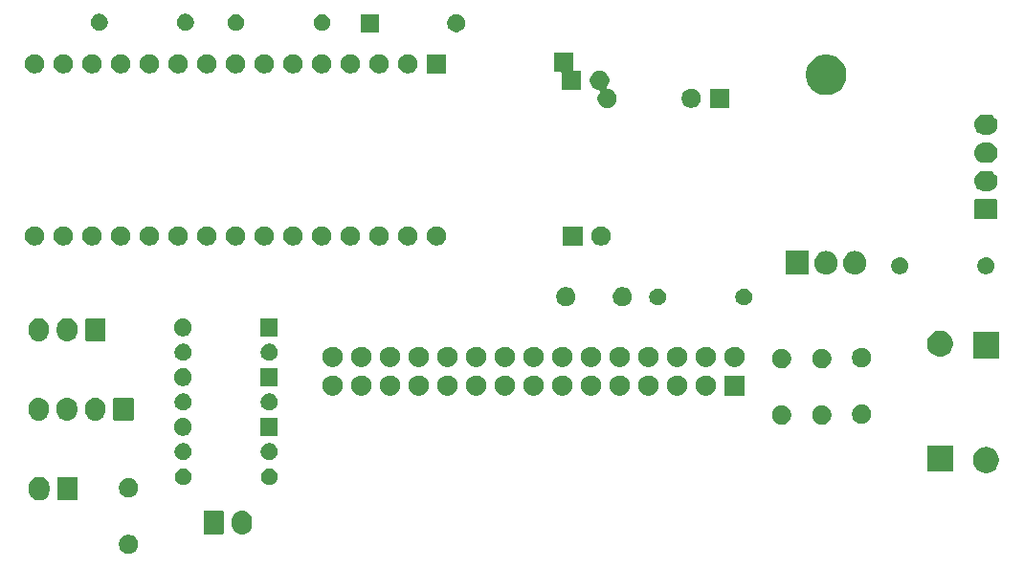
<source format=gbr>
G04 #@! TF.GenerationSoftware,KiCad,Pcbnew,(5.1.6-0-10_14)*
G04 #@! TF.CreationDate,2020-07-17T21:00:32+10:00*
G04 #@! TF.ProjectId,pcb-v2,7063622d-7632-42e6-9b69-6361645f7063,rev?*
G04 #@! TF.SameCoordinates,Original*
G04 #@! TF.FileFunction,Soldermask,Bot*
G04 #@! TF.FilePolarity,Negative*
%FSLAX46Y46*%
G04 Gerber Fmt 4.6, Leading zero omitted, Abs format (unit mm)*
G04 Created by KiCad (PCBNEW (5.1.6-0-10_14)) date 2020-07-17 21:00:32*
%MOMM*%
%LPD*%
G01*
G04 APERTURE LIST*
%ADD10C,0.100000*%
G04 APERTURE END LIST*
D10*
G36*
X66593028Y-121635103D02*
G01*
X66747900Y-121699253D01*
X66887281Y-121792385D01*
X67005815Y-121910919D01*
X67098947Y-122050300D01*
X67163097Y-122205172D01*
X67195800Y-122369584D01*
X67195800Y-122537216D01*
X67163097Y-122701628D01*
X67098947Y-122856500D01*
X67005815Y-122995881D01*
X66887281Y-123114415D01*
X66747900Y-123207547D01*
X66593028Y-123271697D01*
X66428616Y-123304400D01*
X66260984Y-123304400D01*
X66096572Y-123271697D01*
X65941700Y-123207547D01*
X65802319Y-123114415D01*
X65683785Y-122995881D01*
X65590653Y-122856500D01*
X65526503Y-122701628D01*
X65493800Y-122537216D01*
X65493800Y-122369584D01*
X65526503Y-122205172D01*
X65590653Y-122050300D01*
X65683785Y-121910919D01*
X65802319Y-121792385D01*
X65941700Y-121699253D01*
X66096572Y-121635103D01*
X66260984Y-121602400D01*
X66428616Y-121602400D01*
X66593028Y-121635103D01*
G37*
G36*
X76539826Y-119485037D02*
G01*
X76709665Y-119536557D01*
X76709667Y-119536558D01*
X76866189Y-119620221D01*
X77003386Y-119732814D01*
X77086648Y-119834271D01*
X77115978Y-119870009D01*
X77199643Y-120026534D01*
X77251163Y-120196373D01*
X77264200Y-120328742D01*
X77264200Y-120717257D01*
X77251163Y-120849626D01*
X77199643Y-121019466D01*
X77115978Y-121175991D01*
X77086648Y-121211729D01*
X77003386Y-121313186D01*
X76908450Y-121391097D01*
X76866191Y-121425778D01*
X76709666Y-121509443D01*
X76539827Y-121560963D01*
X76363200Y-121578359D01*
X76186574Y-121560963D01*
X76016735Y-121509443D01*
X75860210Y-121425778D01*
X75723015Y-121313185D01*
X75610422Y-121175991D01*
X75526757Y-121019466D01*
X75475237Y-120849627D01*
X75462200Y-120717258D01*
X75462200Y-120328743D01*
X75475237Y-120196374D01*
X75526757Y-120026535D01*
X75610422Y-119870010D01*
X75610423Y-119870009D01*
X75723014Y-119732814D01*
X75824471Y-119649552D01*
X75860209Y-119620222D01*
X76016734Y-119536557D01*
X76186573Y-119485037D01*
X76363200Y-119467641D01*
X76539826Y-119485037D01*
G37*
G36*
X74621800Y-119475989D02*
G01*
X74654852Y-119486015D01*
X74685303Y-119502292D01*
X74711999Y-119524201D01*
X74733908Y-119550897D01*
X74750185Y-119581348D01*
X74760211Y-119614400D01*
X74764200Y-119654903D01*
X74764200Y-121391097D01*
X74760211Y-121431600D01*
X74750185Y-121464652D01*
X74733908Y-121495103D01*
X74711999Y-121521799D01*
X74685303Y-121543708D01*
X74654852Y-121559985D01*
X74621800Y-121570011D01*
X74581297Y-121574000D01*
X73145103Y-121574000D01*
X73104600Y-121570011D01*
X73071548Y-121559985D01*
X73041097Y-121543708D01*
X73014401Y-121521799D01*
X72992492Y-121495103D01*
X72976215Y-121464652D01*
X72966189Y-121431600D01*
X72962200Y-121391097D01*
X72962200Y-119654903D01*
X72966189Y-119614400D01*
X72976215Y-119581348D01*
X72992492Y-119550897D01*
X73014401Y-119524201D01*
X73041097Y-119502292D01*
X73071548Y-119486015D01*
X73104600Y-119475989D01*
X73145103Y-119472000D01*
X74581297Y-119472000D01*
X74621800Y-119475989D01*
G37*
G36*
X58611227Y-116487837D02*
G01*
X58781066Y-116539357D01*
X58937591Y-116623022D01*
X58973329Y-116652352D01*
X59074786Y-116735614D01*
X59158048Y-116837071D01*
X59187378Y-116872809D01*
X59271043Y-117029334D01*
X59322563Y-117199174D01*
X59335600Y-117331543D01*
X59335600Y-117720058D01*
X59322563Y-117852427D01*
X59271043Y-118022266D01*
X59187378Y-118178791D01*
X59158048Y-118214529D01*
X59074786Y-118315986D01*
X58937589Y-118428579D01*
X58781067Y-118512242D01*
X58781065Y-118512243D01*
X58611226Y-118563763D01*
X58434600Y-118581159D01*
X58257973Y-118563763D01*
X58088134Y-118512243D01*
X57931609Y-118428578D01*
X57889350Y-118393897D01*
X57794414Y-118315986D01*
X57681821Y-118178789D01*
X57598158Y-118022267D01*
X57590154Y-117995881D01*
X57546637Y-117852426D01*
X57533600Y-117720057D01*
X57533600Y-117331542D01*
X57546637Y-117199173D01*
X57598157Y-117029334D01*
X57681822Y-116872809D01*
X57794415Y-116735615D01*
X57931610Y-116623022D01*
X58088135Y-116539357D01*
X58257974Y-116487837D01*
X58434600Y-116470441D01*
X58611227Y-116487837D01*
G37*
G36*
X61693200Y-116478789D02*
G01*
X61726252Y-116488815D01*
X61756703Y-116505092D01*
X61783399Y-116527001D01*
X61805308Y-116553697D01*
X61821585Y-116584148D01*
X61831611Y-116617200D01*
X61835600Y-116657703D01*
X61835600Y-118393897D01*
X61831611Y-118434400D01*
X61821585Y-118467452D01*
X61805308Y-118497903D01*
X61783399Y-118524599D01*
X61756703Y-118546508D01*
X61726252Y-118562785D01*
X61693200Y-118572811D01*
X61652697Y-118576800D01*
X60216503Y-118576800D01*
X60176000Y-118572811D01*
X60142948Y-118562785D01*
X60112497Y-118546508D01*
X60085801Y-118524599D01*
X60063892Y-118497903D01*
X60047615Y-118467452D01*
X60037589Y-118434400D01*
X60033600Y-118393897D01*
X60033600Y-116657703D01*
X60037589Y-116617200D01*
X60047615Y-116584148D01*
X60063892Y-116553697D01*
X60085801Y-116527001D01*
X60112497Y-116505092D01*
X60142948Y-116488815D01*
X60176000Y-116478789D01*
X60216503Y-116474800D01*
X61652697Y-116474800D01*
X61693200Y-116478789D01*
G37*
G36*
X66593028Y-116635103D02*
G01*
X66747900Y-116699253D01*
X66887281Y-116792385D01*
X67005815Y-116910919D01*
X67098947Y-117050300D01*
X67163097Y-117205172D01*
X67195800Y-117369584D01*
X67195800Y-117537216D01*
X67163097Y-117701628D01*
X67098947Y-117856500D01*
X67005815Y-117995881D01*
X66887281Y-118114415D01*
X66747900Y-118207547D01*
X66593028Y-118271697D01*
X66428616Y-118304400D01*
X66260984Y-118304400D01*
X66096572Y-118271697D01*
X65941700Y-118207547D01*
X65802319Y-118114415D01*
X65683785Y-117995881D01*
X65590653Y-117856500D01*
X65526503Y-117701628D01*
X65493800Y-117537216D01*
X65493800Y-117369584D01*
X65526503Y-117205172D01*
X65590653Y-117050300D01*
X65683785Y-116910919D01*
X65802319Y-116792385D01*
X65941700Y-116699253D01*
X66096572Y-116635103D01*
X66260984Y-116602400D01*
X66428616Y-116602400D01*
X66593028Y-116635103D01*
G37*
G36*
X71389859Y-115736860D02*
G01*
X71526532Y-115793472D01*
X71649535Y-115875660D01*
X71754140Y-115980265D01*
X71829178Y-116092568D01*
X71836329Y-116103270D01*
X71892940Y-116239941D01*
X71921800Y-116385032D01*
X71921800Y-116532968D01*
X71892940Y-116678059D01*
X71845585Y-116792385D01*
X71836328Y-116814732D01*
X71754140Y-116937735D01*
X71649535Y-117042340D01*
X71526532Y-117124528D01*
X71526531Y-117124529D01*
X71526530Y-117124529D01*
X71389859Y-117181140D01*
X71244768Y-117210000D01*
X71096832Y-117210000D01*
X70951741Y-117181140D01*
X70815070Y-117124529D01*
X70815069Y-117124529D01*
X70815068Y-117124528D01*
X70692065Y-117042340D01*
X70587460Y-116937735D01*
X70505272Y-116814732D01*
X70496016Y-116792385D01*
X70448660Y-116678059D01*
X70419800Y-116532968D01*
X70419800Y-116385032D01*
X70448660Y-116239941D01*
X70505271Y-116103270D01*
X70512422Y-116092568D01*
X70587460Y-115980265D01*
X70692065Y-115875660D01*
X70815068Y-115793472D01*
X70951741Y-115736860D01*
X71096832Y-115708000D01*
X71244768Y-115708000D01*
X71389859Y-115736860D01*
G37*
G36*
X79009859Y-115736860D02*
G01*
X79146532Y-115793472D01*
X79269535Y-115875660D01*
X79374140Y-115980265D01*
X79449178Y-116092568D01*
X79456329Y-116103270D01*
X79512940Y-116239941D01*
X79541800Y-116385032D01*
X79541800Y-116532968D01*
X79512940Y-116678059D01*
X79465585Y-116792385D01*
X79456328Y-116814732D01*
X79374140Y-116937735D01*
X79269535Y-117042340D01*
X79146532Y-117124528D01*
X79146531Y-117124529D01*
X79146530Y-117124529D01*
X79009859Y-117181140D01*
X78864768Y-117210000D01*
X78716832Y-117210000D01*
X78571741Y-117181140D01*
X78435070Y-117124529D01*
X78435069Y-117124529D01*
X78435068Y-117124528D01*
X78312065Y-117042340D01*
X78207460Y-116937735D01*
X78125272Y-116814732D01*
X78116016Y-116792385D01*
X78068660Y-116678059D01*
X78039800Y-116532968D01*
X78039800Y-116385032D01*
X78068660Y-116239941D01*
X78125271Y-116103270D01*
X78132422Y-116092568D01*
X78207460Y-115980265D01*
X78312065Y-115875660D01*
X78435068Y-115793472D01*
X78571741Y-115736860D01*
X78716832Y-115708000D01*
X78864768Y-115708000D01*
X79009859Y-115736860D01*
G37*
G36*
X142413749Y-113856916D02*
G01*
X142524934Y-113879032D01*
X142734403Y-113965797D01*
X142922920Y-114091760D01*
X143083240Y-114252080D01*
X143209203Y-114440597D01*
X143295968Y-114650066D01*
X143340200Y-114872436D01*
X143340200Y-115099164D01*
X143295968Y-115321534D01*
X143209203Y-115531003D01*
X143083240Y-115719520D01*
X142922920Y-115879840D01*
X142734403Y-116005803D01*
X142524934Y-116092568D01*
X142471141Y-116103268D01*
X142302565Y-116136800D01*
X142075835Y-116136800D01*
X141907259Y-116103268D01*
X141853466Y-116092568D01*
X141643997Y-116005803D01*
X141455480Y-115879840D01*
X141295160Y-115719520D01*
X141169197Y-115531003D01*
X141082432Y-115321534D01*
X141038200Y-115099164D01*
X141038200Y-114872436D01*
X141082432Y-114650066D01*
X141169197Y-114440597D01*
X141295160Y-114252080D01*
X141455480Y-114091760D01*
X141643997Y-113965797D01*
X141853466Y-113879032D01*
X141964651Y-113856916D01*
X142075835Y-113834800D01*
X142302565Y-113834800D01*
X142413749Y-113856916D01*
G37*
G36*
X139276200Y-115984400D02*
G01*
X136974200Y-115984400D01*
X136974200Y-113682400D01*
X139276200Y-113682400D01*
X139276200Y-115984400D01*
G37*
G36*
X78999059Y-113526260D02*
G01*
X79135732Y-113582872D01*
X79258735Y-113665060D01*
X79363340Y-113769665D01*
X79445528Y-113892668D01*
X79502140Y-114029341D01*
X79531000Y-114174433D01*
X79531000Y-114322367D01*
X79502140Y-114467459D01*
X79445528Y-114604132D01*
X79363340Y-114727135D01*
X79258735Y-114831740D01*
X79135732Y-114913928D01*
X79135731Y-114913929D01*
X79135730Y-114913929D01*
X78999059Y-114970540D01*
X78853968Y-114999400D01*
X78706032Y-114999400D01*
X78560941Y-114970540D01*
X78424270Y-114913929D01*
X78424269Y-114913929D01*
X78424268Y-114913928D01*
X78301265Y-114831740D01*
X78196660Y-114727135D01*
X78114472Y-114604132D01*
X78057860Y-114467459D01*
X78029000Y-114322367D01*
X78029000Y-114174433D01*
X78057860Y-114029341D01*
X78114472Y-113892668D01*
X78196660Y-113769665D01*
X78301265Y-113665060D01*
X78424268Y-113582872D01*
X78560941Y-113526260D01*
X78706032Y-113497400D01*
X78853968Y-113497400D01*
X78999059Y-113526260D01*
G37*
G36*
X71379059Y-113526260D02*
G01*
X71515732Y-113582872D01*
X71638735Y-113665060D01*
X71743340Y-113769665D01*
X71825528Y-113892668D01*
X71882140Y-114029341D01*
X71911000Y-114174433D01*
X71911000Y-114322367D01*
X71882140Y-114467459D01*
X71825528Y-114604132D01*
X71743340Y-114727135D01*
X71638735Y-114831740D01*
X71515732Y-114913928D01*
X71515731Y-114913929D01*
X71515730Y-114913929D01*
X71379059Y-114970540D01*
X71233968Y-114999400D01*
X71086032Y-114999400D01*
X70940941Y-114970540D01*
X70804270Y-114913929D01*
X70804269Y-114913929D01*
X70804268Y-114913928D01*
X70681265Y-114831740D01*
X70576660Y-114727135D01*
X70494472Y-114604132D01*
X70437860Y-114467459D01*
X70409000Y-114322367D01*
X70409000Y-114174433D01*
X70437860Y-114029341D01*
X70494472Y-113892668D01*
X70576660Y-113769665D01*
X70681265Y-113665060D01*
X70804268Y-113582872D01*
X70940941Y-113526260D01*
X71086032Y-113497400D01*
X71233968Y-113497400D01*
X71379059Y-113526260D01*
G37*
G36*
X79561000Y-112849400D02*
G01*
X77959000Y-112849400D01*
X77959000Y-111247400D01*
X79561000Y-111247400D01*
X79561000Y-112849400D01*
G37*
G36*
X71373642Y-111278181D02*
G01*
X71506220Y-111333097D01*
X71519416Y-111338563D01*
X71650608Y-111426222D01*
X71762178Y-111537792D01*
X71789722Y-111579015D01*
X71849838Y-111668986D01*
X71910219Y-111814758D01*
X71941000Y-111969507D01*
X71941000Y-112127293D01*
X71910219Y-112282042D01*
X71849838Y-112427814D01*
X71849837Y-112427816D01*
X71762178Y-112559008D01*
X71650608Y-112670578D01*
X71519416Y-112758237D01*
X71519415Y-112758238D01*
X71519414Y-112758238D01*
X71373642Y-112818619D01*
X71218893Y-112849400D01*
X71061107Y-112849400D01*
X70906358Y-112818619D01*
X70760586Y-112758238D01*
X70760585Y-112758238D01*
X70760584Y-112758237D01*
X70629392Y-112670578D01*
X70517822Y-112559008D01*
X70430163Y-112427816D01*
X70430162Y-112427814D01*
X70369781Y-112282042D01*
X70339000Y-112127293D01*
X70339000Y-111969507D01*
X70369781Y-111814758D01*
X70430162Y-111668986D01*
X70490278Y-111579015D01*
X70517822Y-111537792D01*
X70629392Y-111426222D01*
X70760584Y-111338563D01*
X70773780Y-111333097D01*
X70906358Y-111278181D01*
X71061107Y-111247400D01*
X71218893Y-111247400D01*
X71373642Y-111278181D01*
G37*
G36*
X127908628Y-110179703D02*
G01*
X128063500Y-110243853D01*
X128202881Y-110336985D01*
X128321415Y-110455519D01*
X128414547Y-110594900D01*
X128478697Y-110749772D01*
X128511400Y-110914184D01*
X128511400Y-111081816D01*
X128478697Y-111246228D01*
X128414547Y-111401100D01*
X128321415Y-111540481D01*
X128202881Y-111659015D01*
X128063500Y-111752147D01*
X127908628Y-111816297D01*
X127744216Y-111849000D01*
X127576584Y-111849000D01*
X127412172Y-111816297D01*
X127257300Y-111752147D01*
X127117919Y-111659015D01*
X126999385Y-111540481D01*
X126906253Y-111401100D01*
X126842103Y-111246228D01*
X126809400Y-111081816D01*
X126809400Y-110914184D01*
X126842103Y-110749772D01*
X126906253Y-110594900D01*
X126999385Y-110455519D01*
X127117919Y-110336985D01*
X127257300Y-110243853D01*
X127412172Y-110179703D01*
X127576584Y-110147000D01*
X127744216Y-110147000D01*
X127908628Y-110179703D01*
G37*
G36*
X124352628Y-110179703D02*
G01*
X124507500Y-110243853D01*
X124646881Y-110336985D01*
X124765415Y-110455519D01*
X124858547Y-110594900D01*
X124922697Y-110749772D01*
X124955400Y-110914184D01*
X124955400Y-111081816D01*
X124922697Y-111246228D01*
X124858547Y-111401100D01*
X124765415Y-111540481D01*
X124646881Y-111659015D01*
X124507500Y-111752147D01*
X124352628Y-111816297D01*
X124188216Y-111849000D01*
X124020584Y-111849000D01*
X123856172Y-111816297D01*
X123701300Y-111752147D01*
X123561919Y-111659015D01*
X123443385Y-111540481D01*
X123350253Y-111401100D01*
X123286103Y-111246228D01*
X123253400Y-111081816D01*
X123253400Y-110914184D01*
X123286103Y-110749772D01*
X123350253Y-110594900D01*
X123443385Y-110455519D01*
X123561919Y-110336985D01*
X123701300Y-110243853D01*
X123856172Y-110179703D01*
X124020584Y-110147000D01*
X124188216Y-110147000D01*
X124352628Y-110179703D01*
G37*
G36*
X131439228Y-110099703D02*
G01*
X131594100Y-110163853D01*
X131733481Y-110256985D01*
X131852015Y-110375519D01*
X131945147Y-110514900D01*
X132009297Y-110669772D01*
X132042000Y-110834184D01*
X132042000Y-111001816D01*
X132009297Y-111166228D01*
X131945147Y-111321100D01*
X131852015Y-111460481D01*
X131733481Y-111579015D01*
X131594100Y-111672147D01*
X131439228Y-111736297D01*
X131274816Y-111769000D01*
X131107184Y-111769000D01*
X130942772Y-111736297D01*
X130787900Y-111672147D01*
X130648519Y-111579015D01*
X130529985Y-111460481D01*
X130436853Y-111321100D01*
X130372703Y-111166228D01*
X130340000Y-111001816D01*
X130340000Y-110834184D01*
X130372703Y-110669772D01*
X130436853Y-110514900D01*
X130529985Y-110375519D01*
X130648519Y-110256985D01*
X130787900Y-110163853D01*
X130942772Y-110099703D01*
X131107184Y-110067000D01*
X131274816Y-110067000D01*
X131439228Y-110099703D01*
G37*
G36*
X63564227Y-109477037D02*
G01*
X63734066Y-109528557D01*
X63890591Y-109612222D01*
X63911450Y-109629341D01*
X64027786Y-109724814D01*
X64111048Y-109826271D01*
X64140378Y-109862009D01*
X64224043Y-110018534D01*
X64275563Y-110188374D01*
X64275563Y-110188376D01*
X64288600Y-110320741D01*
X64288600Y-110659260D01*
X64282082Y-110725442D01*
X64275563Y-110791627D01*
X64224043Y-110961466D01*
X64140378Y-111117991D01*
X64111048Y-111153729D01*
X64027786Y-111255186D01*
X63890589Y-111367779D01*
X63734067Y-111451442D01*
X63734065Y-111451443D01*
X63564226Y-111502963D01*
X63387600Y-111520359D01*
X63210973Y-111502963D01*
X63041134Y-111451443D01*
X62884609Y-111367778D01*
X62827728Y-111321097D01*
X62747414Y-111255186D01*
X62634821Y-111117989D01*
X62551158Y-110961467D01*
X62536815Y-110914185D01*
X62499637Y-110791626D01*
X62493118Y-110725441D01*
X62486600Y-110659259D01*
X62486600Y-110320740D01*
X62499637Y-110188375D01*
X62499637Y-110188373D01*
X62551157Y-110018534D01*
X62634822Y-109862009D01*
X62747415Y-109724815D01*
X62884610Y-109612222D01*
X63041135Y-109528557D01*
X63210974Y-109477037D01*
X63387600Y-109459641D01*
X63564227Y-109477037D01*
G37*
G36*
X61064227Y-109477037D02*
G01*
X61234066Y-109528557D01*
X61390591Y-109612222D01*
X61411450Y-109629341D01*
X61527786Y-109724814D01*
X61611048Y-109826271D01*
X61640378Y-109862009D01*
X61724043Y-110018534D01*
X61775563Y-110188374D01*
X61775563Y-110188376D01*
X61788600Y-110320741D01*
X61788600Y-110659260D01*
X61782082Y-110725442D01*
X61775563Y-110791627D01*
X61724043Y-110961466D01*
X61640378Y-111117991D01*
X61611048Y-111153729D01*
X61527786Y-111255186D01*
X61390589Y-111367779D01*
X61234067Y-111451442D01*
X61234065Y-111451443D01*
X61064226Y-111502963D01*
X60887600Y-111520359D01*
X60710973Y-111502963D01*
X60541134Y-111451443D01*
X60384609Y-111367778D01*
X60327728Y-111321097D01*
X60247414Y-111255186D01*
X60134821Y-111117989D01*
X60051158Y-110961467D01*
X60036815Y-110914185D01*
X59999637Y-110791626D01*
X59993118Y-110725441D01*
X59986600Y-110659259D01*
X59986600Y-110320740D01*
X59999637Y-110188375D01*
X59999637Y-110188373D01*
X60051157Y-110018534D01*
X60134822Y-109862009D01*
X60247415Y-109724815D01*
X60384610Y-109612222D01*
X60541135Y-109528557D01*
X60710974Y-109477037D01*
X60887600Y-109459641D01*
X61064227Y-109477037D01*
G37*
G36*
X58564227Y-109477037D02*
G01*
X58734066Y-109528557D01*
X58890591Y-109612222D01*
X58911450Y-109629341D01*
X59027786Y-109724814D01*
X59111048Y-109826271D01*
X59140378Y-109862009D01*
X59224043Y-110018534D01*
X59275563Y-110188374D01*
X59275563Y-110188376D01*
X59288600Y-110320741D01*
X59288600Y-110659260D01*
X59282082Y-110725442D01*
X59275563Y-110791627D01*
X59224043Y-110961466D01*
X59140378Y-111117991D01*
X59111048Y-111153729D01*
X59027786Y-111255186D01*
X58890589Y-111367779D01*
X58734067Y-111451442D01*
X58734065Y-111451443D01*
X58564226Y-111502963D01*
X58387600Y-111520359D01*
X58210973Y-111502963D01*
X58041134Y-111451443D01*
X57884609Y-111367778D01*
X57827728Y-111321097D01*
X57747414Y-111255186D01*
X57634821Y-111117989D01*
X57551158Y-110961467D01*
X57536815Y-110914185D01*
X57499637Y-110791626D01*
X57493118Y-110725441D01*
X57486600Y-110659259D01*
X57486600Y-110320740D01*
X57499637Y-110188375D01*
X57499637Y-110188373D01*
X57551157Y-110018534D01*
X57634822Y-109862009D01*
X57747415Y-109724815D01*
X57884610Y-109612222D01*
X58041135Y-109528557D01*
X58210974Y-109477037D01*
X58387600Y-109459641D01*
X58564227Y-109477037D01*
G37*
G36*
X66646200Y-109467989D02*
G01*
X66679252Y-109478015D01*
X66709703Y-109494292D01*
X66736399Y-109516201D01*
X66758308Y-109542897D01*
X66774585Y-109573348D01*
X66784611Y-109606400D01*
X66788600Y-109646903D01*
X66788600Y-111333097D01*
X66784611Y-111373600D01*
X66774585Y-111406652D01*
X66758308Y-111437103D01*
X66736399Y-111463799D01*
X66709703Y-111485708D01*
X66679252Y-111501985D01*
X66646200Y-111512011D01*
X66605697Y-111516000D01*
X65169503Y-111516000D01*
X65129000Y-111512011D01*
X65095948Y-111501985D01*
X65065497Y-111485708D01*
X65038801Y-111463799D01*
X65016892Y-111437103D01*
X65000615Y-111406652D01*
X64990589Y-111373600D01*
X64986600Y-111333097D01*
X64986600Y-109646903D01*
X64990589Y-109606400D01*
X65000615Y-109573348D01*
X65016892Y-109542897D01*
X65038801Y-109516201D01*
X65065497Y-109494292D01*
X65095948Y-109478015D01*
X65129000Y-109467989D01*
X65169503Y-109464000D01*
X66605697Y-109464000D01*
X66646200Y-109467989D01*
G37*
G36*
X78999059Y-109126260D02*
G01*
X79135732Y-109182872D01*
X79258735Y-109265060D01*
X79363340Y-109369665D01*
X79435737Y-109478015D01*
X79445529Y-109492670D01*
X79502140Y-109629341D01*
X79531000Y-109774432D01*
X79531000Y-109922368D01*
X79502140Y-110067459D01*
X79452055Y-110188376D01*
X79445528Y-110204132D01*
X79363340Y-110327135D01*
X79258735Y-110431740D01*
X79135732Y-110513928D01*
X79135731Y-110513929D01*
X79135730Y-110513929D01*
X78999059Y-110570540D01*
X78853968Y-110599400D01*
X78706032Y-110599400D01*
X78560941Y-110570540D01*
X78424270Y-110513929D01*
X78424269Y-110513929D01*
X78424268Y-110513928D01*
X78301265Y-110431740D01*
X78196660Y-110327135D01*
X78114472Y-110204132D01*
X78107946Y-110188376D01*
X78057860Y-110067459D01*
X78029000Y-109922368D01*
X78029000Y-109774432D01*
X78057860Y-109629341D01*
X78114471Y-109492670D01*
X78124263Y-109478015D01*
X78196660Y-109369665D01*
X78301265Y-109265060D01*
X78424268Y-109182872D01*
X78560941Y-109126260D01*
X78706032Y-109097400D01*
X78853968Y-109097400D01*
X78999059Y-109126260D01*
G37*
G36*
X71379059Y-109126260D02*
G01*
X71515732Y-109182872D01*
X71638735Y-109265060D01*
X71743340Y-109369665D01*
X71815737Y-109478015D01*
X71825529Y-109492670D01*
X71882140Y-109629341D01*
X71911000Y-109774432D01*
X71911000Y-109922368D01*
X71882140Y-110067459D01*
X71832055Y-110188376D01*
X71825528Y-110204132D01*
X71743340Y-110327135D01*
X71638735Y-110431740D01*
X71515732Y-110513928D01*
X71515731Y-110513929D01*
X71515730Y-110513929D01*
X71379059Y-110570540D01*
X71233968Y-110599400D01*
X71086032Y-110599400D01*
X70940941Y-110570540D01*
X70804270Y-110513929D01*
X70804269Y-110513929D01*
X70804268Y-110513928D01*
X70681265Y-110431740D01*
X70576660Y-110327135D01*
X70494472Y-110204132D01*
X70487946Y-110188376D01*
X70437860Y-110067459D01*
X70409000Y-109922368D01*
X70409000Y-109774432D01*
X70437860Y-109629341D01*
X70494471Y-109492670D01*
X70504263Y-109478015D01*
X70576660Y-109369665D01*
X70681265Y-109265060D01*
X70804268Y-109182872D01*
X70940941Y-109126260D01*
X71086032Y-109097400D01*
X71233968Y-109097400D01*
X71379059Y-109126260D01*
G37*
G36*
X117537912Y-107503927D02*
G01*
X117687212Y-107533624D01*
X117851184Y-107601544D01*
X117998754Y-107700147D01*
X118124253Y-107825646D01*
X118222856Y-107973216D01*
X118290776Y-108137188D01*
X118325400Y-108311259D01*
X118325400Y-108488741D01*
X118290776Y-108662812D01*
X118222856Y-108826784D01*
X118124253Y-108974354D01*
X117998754Y-109099853D01*
X117851184Y-109198456D01*
X117687212Y-109266376D01*
X117537912Y-109296073D01*
X117513142Y-109301000D01*
X117335658Y-109301000D01*
X117310888Y-109296073D01*
X117161588Y-109266376D01*
X116997616Y-109198456D01*
X116850046Y-109099853D01*
X116724547Y-108974354D01*
X116625944Y-108826784D01*
X116558024Y-108662812D01*
X116523400Y-108488741D01*
X116523400Y-108311259D01*
X116558024Y-108137188D01*
X116625944Y-107973216D01*
X116724547Y-107825646D01*
X116850046Y-107700147D01*
X116997616Y-107601544D01*
X117161588Y-107533624D01*
X117310888Y-107503927D01*
X117335658Y-107499000D01*
X117513142Y-107499000D01*
X117537912Y-107503927D01*
G37*
G36*
X89597912Y-107503927D02*
G01*
X89747212Y-107533624D01*
X89911184Y-107601544D01*
X90058754Y-107700147D01*
X90184253Y-107825646D01*
X90282856Y-107973216D01*
X90350776Y-108137188D01*
X90385400Y-108311259D01*
X90385400Y-108488741D01*
X90350776Y-108662812D01*
X90282856Y-108826784D01*
X90184253Y-108974354D01*
X90058754Y-109099853D01*
X89911184Y-109198456D01*
X89747212Y-109266376D01*
X89597912Y-109296073D01*
X89573142Y-109301000D01*
X89395658Y-109301000D01*
X89370888Y-109296073D01*
X89221588Y-109266376D01*
X89057616Y-109198456D01*
X88910046Y-109099853D01*
X88784547Y-108974354D01*
X88685944Y-108826784D01*
X88618024Y-108662812D01*
X88583400Y-108488741D01*
X88583400Y-108311259D01*
X88618024Y-108137188D01*
X88685944Y-107973216D01*
X88784547Y-107825646D01*
X88910046Y-107700147D01*
X89057616Y-107601544D01*
X89221588Y-107533624D01*
X89370888Y-107503927D01*
X89395658Y-107499000D01*
X89573142Y-107499000D01*
X89597912Y-107503927D01*
G37*
G36*
X120865400Y-109301000D02*
G01*
X119063400Y-109301000D01*
X119063400Y-107499000D01*
X120865400Y-107499000D01*
X120865400Y-109301000D01*
G37*
G36*
X114997912Y-107503927D02*
G01*
X115147212Y-107533624D01*
X115311184Y-107601544D01*
X115458754Y-107700147D01*
X115584253Y-107825646D01*
X115682856Y-107973216D01*
X115750776Y-108137188D01*
X115785400Y-108311259D01*
X115785400Y-108488741D01*
X115750776Y-108662812D01*
X115682856Y-108826784D01*
X115584253Y-108974354D01*
X115458754Y-109099853D01*
X115311184Y-109198456D01*
X115147212Y-109266376D01*
X114997912Y-109296073D01*
X114973142Y-109301000D01*
X114795658Y-109301000D01*
X114770888Y-109296073D01*
X114621588Y-109266376D01*
X114457616Y-109198456D01*
X114310046Y-109099853D01*
X114184547Y-108974354D01*
X114085944Y-108826784D01*
X114018024Y-108662812D01*
X113983400Y-108488741D01*
X113983400Y-108311259D01*
X114018024Y-108137188D01*
X114085944Y-107973216D01*
X114184547Y-107825646D01*
X114310046Y-107700147D01*
X114457616Y-107601544D01*
X114621588Y-107533624D01*
X114770888Y-107503927D01*
X114795658Y-107499000D01*
X114973142Y-107499000D01*
X114997912Y-107503927D01*
G37*
G36*
X112457912Y-107503927D02*
G01*
X112607212Y-107533624D01*
X112771184Y-107601544D01*
X112918754Y-107700147D01*
X113044253Y-107825646D01*
X113142856Y-107973216D01*
X113210776Y-108137188D01*
X113245400Y-108311259D01*
X113245400Y-108488741D01*
X113210776Y-108662812D01*
X113142856Y-108826784D01*
X113044253Y-108974354D01*
X112918754Y-109099853D01*
X112771184Y-109198456D01*
X112607212Y-109266376D01*
X112457912Y-109296073D01*
X112433142Y-109301000D01*
X112255658Y-109301000D01*
X112230888Y-109296073D01*
X112081588Y-109266376D01*
X111917616Y-109198456D01*
X111770046Y-109099853D01*
X111644547Y-108974354D01*
X111545944Y-108826784D01*
X111478024Y-108662812D01*
X111443400Y-108488741D01*
X111443400Y-108311259D01*
X111478024Y-108137188D01*
X111545944Y-107973216D01*
X111644547Y-107825646D01*
X111770046Y-107700147D01*
X111917616Y-107601544D01*
X112081588Y-107533624D01*
X112230888Y-107503927D01*
X112255658Y-107499000D01*
X112433142Y-107499000D01*
X112457912Y-107503927D01*
G37*
G36*
X109917912Y-107503927D02*
G01*
X110067212Y-107533624D01*
X110231184Y-107601544D01*
X110378754Y-107700147D01*
X110504253Y-107825646D01*
X110602856Y-107973216D01*
X110670776Y-108137188D01*
X110705400Y-108311259D01*
X110705400Y-108488741D01*
X110670776Y-108662812D01*
X110602856Y-108826784D01*
X110504253Y-108974354D01*
X110378754Y-109099853D01*
X110231184Y-109198456D01*
X110067212Y-109266376D01*
X109917912Y-109296073D01*
X109893142Y-109301000D01*
X109715658Y-109301000D01*
X109690888Y-109296073D01*
X109541588Y-109266376D01*
X109377616Y-109198456D01*
X109230046Y-109099853D01*
X109104547Y-108974354D01*
X109005944Y-108826784D01*
X108938024Y-108662812D01*
X108903400Y-108488741D01*
X108903400Y-108311259D01*
X108938024Y-108137188D01*
X109005944Y-107973216D01*
X109104547Y-107825646D01*
X109230046Y-107700147D01*
X109377616Y-107601544D01*
X109541588Y-107533624D01*
X109690888Y-107503927D01*
X109715658Y-107499000D01*
X109893142Y-107499000D01*
X109917912Y-107503927D01*
G37*
G36*
X107377912Y-107503927D02*
G01*
X107527212Y-107533624D01*
X107691184Y-107601544D01*
X107838754Y-107700147D01*
X107964253Y-107825646D01*
X108062856Y-107973216D01*
X108130776Y-108137188D01*
X108165400Y-108311259D01*
X108165400Y-108488741D01*
X108130776Y-108662812D01*
X108062856Y-108826784D01*
X107964253Y-108974354D01*
X107838754Y-109099853D01*
X107691184Y-109198456D01*
X107527212Y-109266376D01*
X107377912Y-109296073D01*
X107353142Y-109301000D01*
X107175658Y-109301000D01*
X107150888Y-109296073D01*
X107001588Y-109266376D01*
X106837616Y-109198456D01*
X106690046Y-109099853D01*
X106564547Y-108974354D01*
X106465944Y-108826784D01*
X106398024Y-108662812D01*
X106363400Y-108488741D01*
X106363400Y-108311259D01*
X106398024Y-108137188D01*
X106465944Y-107973216D01*
X106564547Y-107825646D01*
X106690046Y-107700147D01*
X106837616Y-107601544D01*
X107001588Y-107533624D01*
X107150888Y-107503927D01*
X107175658Y-107499000D01*
X107353142Y-107499000D01*
X107377912Y-107503927D01*
G37*
G36*
X104837912Y-107503927D02*
G01*
X104987212Y-107533624D01*
X105151184Y-107601544D01*
X105298754Y-107700147D01*
X105424253Y-107825646D01*
X105522856Y-107973216D01*
X105590776Y-108137188D01*
X105625400Y-108311259D01*
X105625400Y-108488741D01*
X105590776Y-108662812D01*
X105522856Y-108826784D01*
X105424253Y-108974354D01*
X105298754Y-109099853D01*
X105151184Y-109198456D01*
X104987212Y-109266376D01*
X104837912Y-109296073D01*
X104813142Y-109301000D01*
X104635658Y-109301000D01*
X104610888Y-109296073D01*
X104461588Y-109266376D01*
X104297616Y-109198456D01*
X104150046Y-109099853D01*
X104024547Y-108974354D01*
X103925944Y-108826784D01*
X103858024Y-108662812D01*
X103823400Y-108488741D01*
X103823400Y-108311259D01*
X103858024Y-108137188D01*
X103925944Y-107973216D01*
X104024547Y-107825646D01*
X104150046Y-107700147D01*
X104297616Y-107601544D01*
X104461588Y-107533624D01*
X104610888Y-107503927D01*
X104635658Y-107499000D01*
X104813142Y-107499000D01*
X104837912Y-107503927D01*
G37*
G36*
X102297912Y-107503927D02*
G01*
X102447212Y-107533624D01*
X102611184Y-107601544D01*
X102758754Y-107700147D01*
X102884253Y-107825646D01*
X102982856Y-107973216D01*
X103050776Y-108137188D01*
X103085400Y-108311259D01*
X103085400Y-108488741D01*
X103050776Y-108662812D01*
X102982856Y-108826784D01*
X102884253Y-108974354D01*
X102758754Y-109099853D01*
X102611184Y-109198456D01*
X102447212Y-109266376D01*
X102297912Y-109296073D01*
X102273142Y-109301000D01*
X102095658Y-109301000D01*
X102070888Y-109296073D01*
X101921588Y-109266376D01*
X101757616Y-109198456D01*
X101610046Y-109099853D01*
X101484547Y-108974354D01*
X101385944Y-108826784D01*
X101318024Y-108662812D01*
X101283400Y-108488741D01*
X101283400Y-108311259D01*
X101318024Y-108137188D01*
X101385944Y-107973216D01*
X101484547Y-107825646D01*
X101610046Y-107700147D01*
X101757616Y-107601544D01*
X101921588Y-107533624D01*
X102070888Y-107503927D01*
X102095658Y-107499000D01*
X102273142Y-107499000D01*
X102297912Y-107503927D01*
G37*
G36*
X99757912Y-107503927D02*
G01*
X99907212Y-107533624D01*
X100071184Y-107601544D01*
X100218754Y-107700147D01*
X100344253Y-107825646D01*
X100442856Y-107973216D01*
X100510776Y-108137188D01*
X100545400Y-108311259D01*
X100545400Y-108488741D01*
X100510776Y-108662812D01*
X100442856Y-108826784D01*
X100344253Y-108974354D01*
X100218754Y-109099853D01*
X100071184Y-109198456D01*
X99907212Y-109266376D01*
X99757912Y-109296073D01*
X99733142Y-109301000D01*
X99555658Y-109301000D01*
X99530888Y-109296073D01*
X99381588Y-109266376D01*
X99217616Y-109198456D01*
X99070046Y-109099853D01*
X98944547Y-108974354D01*
X98845944Y-108826784D01*
X98778024Y-108662812D01*
X98743400Y-108488741D01*
X98743400Y-108311259D01*
X98778024Y-108137188D01*
X98845944Y-107973216D01*
X98944547Y-107825646D01*
X99070046Y-107700147D01*
X99217616Y-107601544D01*
X99381588Y-107533624D01*
X99530888Y-107503927D01*
X99555658Y-107499000D01*
X99733142Y-107499000D01*
X99757912Y-107503927D01*
G37*
G36*
X97217912Y-107503927D02*
G01*
X97367212Y-107533624D01*
X97531184Y-107601544D01*
X97678754Y-107700147D01*
X97804253Y-107825646D01*
X97902856Y-107973216D01*
X97970776Y-108137188D01*
X98005400Y-108311259D01*
X98005400Y-108488741D01*
X97970776Y-108662812D01*
X97902856Y-108826784D01*
X97804253Y-108974354D01*
X97678754Y-109099853D01*
X97531184Y-109198456D01*
X97367212Y-109266376D01*
X97217912Y-109296073D01*
X97193142Y-109301000D01*
X97015658Y-109301000D01*
X96990888Y-109296073D01*
X96841588Y-109266376D01*
X96677616Y-109198456D01*
X96530046Y-109099853D01*
X96404547Y-108974354D01*
X96305944Y-108826784D01*
X96238024Y-108662812D01*
X96203400Y-108488741D01*
X96203400Y-108311259D01*
X96238024Y-108137188D01*
X96305944Y-107973216D01*
X96404547Y-107825646D01*
X96530046Y-107700147D01*
X96677616Y-107601544D01*
X96841588Y-107533624D01*
X96990888Y-107503927D01*
X97015658Y-107499000D01*
X97193142Y-107499000D01*
X97217912Y-107503927D01*
G37*
G36*
X94677912Y-107503927D02*
G01*
X94827212Y-107533624D01*
X94991184Y-107601544D01*
X95138754Y-107700147D01*
X95264253Y-107825646D01*
X95362856Y-107973216D01*
X95430776Y-108137188D01*
X95465400Y-108311259D01*
X95465400Y-108488741D01*
X95430776Y-108662812D01*
X95362856Y-108826784D01*
X95264253Y-108974354D01*
X95138754Y-109099853D01*
X94991184Y-109198456D01*
X94827212Y-109266376D01*
X94677912Y-109296073D01*
X94653142Y-109301000D01*
X94475658Y-109301000D01*
X94450888Y-109296073D01*
X94301588Y-109266376D01*
X94137616Y-109198456D01*
X93990046Y-109099853D01*
X93864547Y-108974354D01*
X93765944Y-108826784D01*
X93698024Y-108662812D01*
X93663400Y-108488741D01*
X93663400Y-108311259D01*
X93698024Y-108137188D01*
X93765944Y-107973216D01*
X93864547Y-107825646D01*
X93990046Y-107700147D01*
X94137616Y-107601544D01*
X94301588Y-107533624D01*
X94450888Y-107503927D01*
X94475658Y-107499000D01*
X94653142Y-107499000D01*
X94677912Y-107503927D01*
G37*
G36*
X92137912Y-107503927D02*
G01*
X92287212Y-107533624D01*
X92451184Y-107601544D01*
X92598754Y-107700147D01*
X92724253Y-107825646D01*
X92822856Y-107973216D01*
X92890776Y-108137188D01*
X92925400Y-108311259D01*
X92925400Y-108488741D01*
X92890776Y-108662812D01*
X92822856Y-108826784D01*
X92724253Y-108974354D01*
X92598754Y-109099853D01*
X92451184Y-109198456D01*
X92287212Y-109266376D01*
X92137912Y-109296073D01*
X92113142Y-109301000D01*
X91935658Y-109301000D01*
X91910888Y-109296073D01*
X91761588Y-109266376D01*
X91597616Y-109198456D01*
X91450046Y-109099853D01*
X91324547Y-108974354D01*
X91225944Y-108826784D01*
X91158024Y-108662812D01*
X91123400Y-108488741D01*
X91123400Y-108311259D01*
X91158024Y-108137188D01*
X91225944Y-107973216D01*
X91324547Y-107825646D01*
X91450046Y-107700147D01*
X91597616Y-107601544D01*
X91761588Y-107533624D01*
X91910888Y-107503927D01*
X91935658Y-107499000D01*
X92113142Y-107499000D01*
X92137912Y-107503927D01*
G37*
G36*
X87057912Y-107503927D02*
G01*
X87207212Y-107533624D01*
X87371184Y-107601544D01*
X87518754Y-107700147D01*
X87644253Y-107825646D01*
X87742856Y-107973216D01*
X87810776Y-108137188D01*
X87845400Y-108311259D01*
X87845400Y-108488741D01*
X87810776Y-108662812D01*
X87742856Y-108826784D01*
X87644253Y-108974354D01*
X87518754Y-109099853D01*
X87371184Y-109198456D01*
X87207212Y-109266376D01*
X87057912Y-109296073D01*
X87033142Y-109301000D01*
X86855658Y-109301000D01*
X86830888Y-109296073D01*
X86681588Y-109266376D01*
X86517616Y-109198456D01*
X86370046Y-109099853D01*
X86244547Y-108974354D01*
X86145944Y-108826784D01*
X86078024Y-108662812D01*
X86043400Y-108488741D01*
X86043400Y-108311259D01*
X86078024Y-108137188D01*
X86145944Y-107973216D01*
X86244547Y-107825646D01*
X86370046Y-107700147D01*
X86517616Y-107601544D01*
X86681588Y-107533624D01*
X86830888Y-107503927D01*
X86855658Y-107499000D01*
X87033142Y-107499000D01*
X87057912Y-107503927D01*
G37*
G36*
X84517912Y-107503927D02*
G01*
X84667212Y-107533624D01*
X84831184Y-107601544D01*
X84978754Y-107700147D01*
X85104253Y-107825646D01*
X85202856Y-107973216D01*
X85270776Y-108137188D01*
X85305400Y-108311259D01*
X85305400Y-108488741D01*
X85270776Y-108662812D01*
X85202856Y-108826784D01*
X85104253Y-108974354D01*
X84978754Y-109099853D01*
X84831184Y-109198456D01*
X84667212Y-109266376D01*
X84517912Y-109296073D01*
X84493142Y-109301000D01*
X84315658Y-109301000D01*
X84290888Y-109296073D01*
X84141588Y-109266376D01*
X83977616Y-109198456D01*
X83830046Y-109099853D01*
X83704547Y-108974354D01*
X83605944Y-108826784D01*
X83538024Y-108662812D01*
X83503400Y-108488741D01*
X83503400Y-108311259D01*
X83538024Y-108137188D01*
X83605944Y-107973216D01*
X83704547Y-107825646D01*
X83830046Y-107700147D01*
X83977616Y-107601544D01*
X84141588Y-107533624D01*
X84290888Y-107503927D01*
X84315658Y-107499000D01*
X84493142Y-107499000D01*
X84517912Y-107503927D01*
G37*
G36*
X79561000Y-108449400D02*
G01*
X77959000Y-108449400D01*
X77959000Y-106847400D01*
X79561000Y-106847400D01*
X79561000Y-108449400D01*
G37*
G36*
X71373642Y-106878181D02*
G01*
X71519414Y-106938562D01*
X71519416Y-106938563D01*
X71650608Y-107026222D01*
X71762178Y-107137792D01*
X71849837Y-107268984D01*
X71849838Y-107268986D01*
X71910219Y-107414758D01*
X71941000Y-107569507D01*
X71941000Y-107727293D01*
X71910219Y-107882042D01*
X71849838Y-108027814D01*
X71849837Y-108027816D01*
X71762178Y-108159008D01*
X71650608Y-108270578D01*
X71519416Y-108358237D01*
X71519415Y-108358238D01*
X71519414Y-108358238D01*
X71373642Y-108418619D01*
X71218893Y-108449400D01*
X71061107Y-108449400D01*
X70906358Y-108418619D01*
X70760586Y-108358238D01*
X70760585Y-108358238D01*
X70760584Y-108358237D01*
X70629392Y-108270578D01*
X70517822Y-108159008D01*
X70430163Y-108027816D01*
X70430162Y-108027814D01*
X70369781Y-107882042D01*
X70339000Y-107727293D01*
X70339000Y-107569507D01*
X70369781Y-107414758D01*
X70430162Y-107268986D01*
X70430163Y-107268984D01*
X70517822Y-107137792D01*
X70629392Y-107026222D01*
X70760584Y-106938563D01*
X70760586Y-106938562D01*
X70906358Y-106878181D01*
X71061107Y-106847400D01*
X71218893Y-106847400D01*
X71373642Y-106878181D01*
G37*
G36*
X124352628Y-105179703D02*
G01*
X124507500Y-105243853D01*
X124646881Y-105336985D01*
X124765415Y-105455519D01*
X124858547Y-105594900D01*
X124922697Y-105749772D01*
X124955400Y-105914184D01*
X124955400Y-106081816D01*
X124922697Y-106246228D01*
X124858547Y-106401100D01*
X124765415Y-106540481D01*
X124646881Y-106659015D01*
X124507500Y-106752147D01*
X124352628Y-106816297D01*
X124188216Y-106849000D01*
X124020584Y-106849000D01*
X123856172Y-106816297D01*
X123701300Y-106752147D01*
X123561919Y-106659015D01*
X123443385Y-106540481D01*
X123350253Y-106401100D01*
X123286103Y-106246228D01*
X123253400Y-106081816D01*
X123253400Y-105914184D01*
X123286103Y-105749772D01*
X123350253Y-105594900D01*
X123443385Y-105455519D01*
X123561919Y-105336985D01*
X123701300Y-105243853D01*
X123856172Y-105179703D01*
X124020584Y-105147000D01*
X124188216Y-105147000D01*
X124352628Y-105179703D01*
G37*
G36*
X127908628Y-105179703D02*
G01*
X128063500Y-105243853D01*
X128202881Y-105336985D01*
X128321415Y-105455519D01*
X128414547Y-105594900D01*
X128478697Y-105749772D01*
X128511400Y-105914184D01*
X128511400Y-106081816D01*
X128478697Y-106246228D01*
X128414547Y-106401100D01*
X128321415Y-106540481D01*
X128202881Y-106659015D01*
X128063500Y-106752147D01*
X127908628Y-106816297D01*
X127744216Y-106849000D01*
X127576584Y-106849000D01*
X127412172Y-106816297D01*
X127257300Y-106752147D01*
X127117919Y-106659015D01*
X126999385Y-106540481D01*
X126906253Y-106401100D01*
X126842103Y-106246228D01*
X126809400Y-106081816D01*
X126809400Y-105914184D01*
X126842103Y-105749772D01*
X126906253Y-105594900D01*
X126999385Y-105455519D01*
X127117919Y-105336985D01*
X127257300Y-105243853D01*
X127412172Y-105179703D01*
X127576584Y-105147000D01*
X127744216Y-105147000D01*
X127908628Y-105179703D01*
G37*
G36*
X131439228Y-105099703D02*
G01*
X131594100Y-105163853D01*
X131733481Y-105256985D01*
X131852015Y-105375519D01*
X131945147Y-105514900D01*
X132009297Y-105669772D01*
X132042000Y-105834184D01*
X132042000Y-106001816D01*
X132009297Y-106166228D01*
X131945147Y-106321100D01*
X131852015Y-106460481D01*
X131733481Y-106579015D01*
X131594100Y-106672147D01*
X131439228Y-106736297D01*
X131274816Y-106769000D01*
X131107184Y-106769000D01*
X130942772Y-106736297D01*
X130787900Y-106672147D01*
X130648519Y-106579015D01*
X130529985Y-106460481D01*
X130436853Y-106321100D01*
X130372703Y-106166228D01*
X130340000Y-106001816D01*
X130340000Y-105834184D01*
X130372703Y-105669772D01*
X130436853Y-105514900D01*
X130529985Y-105375519D01*
X130648519Y-105256985D01*
X130787900Y-105163853D01*
X130942772Y-105099703D01*
X131107184Y-105067000D01*
X131274816Y-105067000D01*
X131439228Y-105099703D01*
G37*
G36*
X109917912Y-104963927D02*
G01*
X110067212Y-104993624D01*
X110231184Y-105061544D01*
X110378754Y-105160147D01*
X110504253Y-105285646D01*
X110602856Y-105433216D01*
X110670776Y-105597188D01*
X110705400Y-105771259D01*
X110705400Y-105948741D01*
X110670776Y-106122812D01*
X110602856Y-106286784D01*
X110504253Y-106434354D01*
X110378754Y-106559853D01*
X110231184Y-106658456D01*
X110067212Y-106726376D01*
X109917912Y-106756073D01*
X109893142Y-106761000D01*
X109715658Y-106761000D01*
X109690888Y-106756073D01*
X109541588Y-106726376D01*
X109377616Y-106658456D01*
X109230046Y-106559853D01*
X109104547Y-106434354D01*
X109005944Y-106286784D01*
X108938024Y-106122812D01*
X108903400Y-105948741D01*
X108903400Y-105771259D01*
X108938024Y-105597188D01*
X109005944Y-105433216D01*
X109104547Y-105285646D01*
X109230046Y-105160147D01*
X109377616Y-105061544D01*
X109541588Y-104993624D01*
X109690888Y-104963927D01*
X109715658Y-104959000D01*
X109893142Y-104959000D01*
X109917912Y-104963927D01*
G37*
G36*
X120077912Y-104963927D02*
G01*
X120227212Y-104993624D01*
X120391184Y-105061544D01*
X120538754Y-105160147D01*
X120664253Y-105285646D01*
X120762856Y-105433216D01*
X120830776Y-105597188D01*
X120865400Y-105771259D01*
X120865400Y-105948741D01*
X120830776Y-106122812D01*
X120762856Y-106286784D01*
X120664253Y-106434354D01*
X120538754Y-106559853D01*
X120391184Y-106658456D01*
X120227212Y-106726376D01*
X120077912Y-106756073D01*
X120053142Y-106761000D01*
X119875658Y-106761000D01*
X119850888Y-106756073D01*
X119701588Y-106726376D01*
X119537616Y-106658456D01*
X119390046Y-106559853D01*
X119264547Y-106434354D01*
X119165944Y-106286784D01*
X119098024Y-106122812D01*
X119063400Y-105948741D01*
X119063400Y-105771259D01*
X119098024Y-105597188D01*
X119165944Y-105433216D01*
X119264547Y-105285646D01*
X119390046Y-105160147D01*
X119537616Y-105061544D01*
X119701588Y-104993624D01*
X119850888Y-104963927D01*
X119875658Y-104959000D01*
X120053142Y-104959000D01*
X120077912Y-104963927D01*
G37*
G36*
X107377912Y-104963927D02*
G01*
X107527212Y-104993624D01*
X107691184Y-105061544D01*
X107838754Y-105160147D01*
X107964253Y-105285646D01*
X108062856Y-105433216D01*
X108130776Y-105597188D01*
X108165400Y-105771259D01*
X108165400Y-105948741D01*
X108130776Y-106122812D01*
X108062856Y-106286784D01*
X107964253Y-106434354D01*
X107838754Y-106559853D01*
X107691184Y-106658456D01*
X107527212Y-106726376D01*
X107377912Y-106756073D01*
X107353142Y-106761000D01*
X107175658Y-106761000D01*
X107150888Y-106756073D01*
X107001588Y-106726376D01*
X106837616Y-106658456D01*
X106690046Y-106559853D01*
X106564547Y-106434354D01*
X106465944Y-106286784D01*
X106398024Y-106122812D01*
X106363400Y-105948741D01*
X106363400Y-105771259D01*
X106398024Y-105597188D01*
X106465944Y-105433216D01*
X106564547Y-105285646D01*
X106690046Y-105160147D01*
X106837616Y-105061544D01*
X107001588Y-104993624D01*
X107150888Y-104963927D01*
X107175658Y-104959000D01*
X107353142Y-104959000D01*
X107377912Y-104963927D01*
G37*
G36*
X104837912Y-104963927D02*
G01*
X104987212Y-104993624D01*
X105151184Y-105061544D01*
X105298754Y-105160147D01*
X105424253Y-105285646D01*
X105522856Y-105433216D01*
X105590776Y-105597188D01*
X105625400Y-105771259D01*
X105625400Y-105948741D01*
X105590776Y-106122812D01*
X105522856Y-106286784D01*
X105424253Y-106434354D01*
X105298754Y-106559853D01*
X105151184Y-106658456D01*
X104987212Y-106726376D01*
X104837912Y-106756073D01*
X104813142Y-106761000D01*
X104635658Y-106761000D01*
X104610888Y-106756073D01*
X104461588Y-106726376D01*
X104297616Y-106658456D01*
X104150046Y-106559853D01*
X104024547Y-106434354D01*
X103925944Y-106286784D01*
X103858024Y-106122812D01*
X103823400Y-105948741D01*
X103823400Y-105771259D01*
X103858024Y-105597188D01*
X103925944Y-105433216D01*
X104024547Y-105285646D01*
X104150046Y-105160147D01*
X104297616Y-105061544D01*
X104461588Y-104993624D01*
X104610888Y-104963927D01*
X104635658Y-104959000D01*
X104813142Y-104959000D01*
X104837912Y-104963927D01*
G37*
G36*
X102297912Y-104963927D02*
G01*
X102447212Y-104993624D01*
X102611184Y-105061544D01*
X102758754Y-105160147D01*
X102884253Y-105285646D01*
X102982856Y-105433216D01*
X103050776Y-105597188D01*
X103085400Y-105771259D01*
X103085400Y-105948741D01*
X103050776Y-106122812D01*
X102982856Y-106286784D01*
X102884253Y-106434354D01*
X102758754Y-106559853D01*
X102611184Y-106658456D01*
X102447212Y-106726376D01*
X102297912Y-106756073D01*
X102273142Y-106761000D01*
X102095658Y-106761000D01*
X102070888Y-106756073D01*
X101921588Y-106726376D01*
X101757616Y-106658456D01*
X101610046Y-106559853D01*
X101484547Y-106434354D01*
X101385944Y-106286784D01*
X101318024Y-106122812D01*
X101283400Y-105948741D01*
X101283400Y-105771259D01*
X101318024Y-105597188D01*
X101385944Y-105433216D01*
X101484547Y-105285646D01*
X101610046Y-105160147D01*
X101757616Y-105061544D01*
X101921588Y-104993624D01*
X102070888Y-104963927D01*
X102095658Y-104959000D01*
X102273142Y-104959000D01*
X102297912Y-104963927D01*
G37*
G36*
X99757912Y-104963927D02*
G01*
X99907212Y-104993624D01*
X100071184Y-105061544D01*
X100218754Y-105160147D01*
X100344253Y-105285646D01*
X100442856Y-105433216D01*
X100510776Y-105597188D01*
X100545400Y-105771259D01*
X100545400Y-105948741D01*
X100510776Y-106122812D01*
X100442856Y-106286784D01*
X100344253Y-106434354D01*
X100218754Y-106559853D01*
X100071184Y-106658456D01*
X99907212Y-106726376D01*
X99757912Y-106756073D01*
X99733142Y-106761000D01*
X99555658Y-106761000D01*
X99530888Y-106756073D01*
X99381588Y-106726376D01*
X99217616Y-106658456D01*
X99070046Y-106559853D01*
X98944547Y-106434354D01*
X98845944Y-106286784D01*
X98778024Y-106122812D01*
X98743400Y-105948741D01*
X98743400Y-105771259D01*
X98778024Y-105597188D01*
X98845944Y-105433216D01*
X98944547Y-105285646D01*
X99070046Y-105160147D01*
X99217616Y-105061544D01*
X99381588Y-104993624D01*
X99530888Y-104963927D01*
X99555658Y-104959000D01*
X99733142Y-104959000D01*
X99757912Y-104963927D01*
G37*
G36*
X97217912Y-104963927D02*
G01*
X97367212Y-104993624D01*
X97531184Y-105061544D01*
X97678754Y-105160147D01*
X97804253Y-105285646D01*
X97902856Y-105433216D01*
X97970776Y-105597188D01*
X98005400Y-105771259D01*
X98005400Y-105948741D01*
X97970776Y-106122812D01*
X97902856Y-106286784D01*
X97804253Y-106434354D01*
X97678754Y-106559853D01*
X97531184Y-106658456D01*
X97367212Y-106726376D01*
X97217912Y-106756073D01*
X97193142Y-106761000D01*
X97015658Y-106761000D01*
X96990888Y-106756073D01*
X96841588Y-106726376D01*
X96677616Y-106658456D01*
X96530046Y-106559853D01*
X96404547Y-106434354D01*
X96305944Y-106286784D01*
X96238024Y-106122812D01*
X96203400Y-105948741D01*
X96203400Y-105771259D01*
X96238024Y-105597188D01*
X96305944Y-105433216D01*
X96404547Y-105285646D01*
X96530046Y-105160147D01*
X96677616Y-105061544D01*
X96841588Y-104993624D01*
X96990888Y-104963927D01*
X97015658Y-104959000D01*
X97193142Y-104959000D01*
X97217912Y-104963927D01*
G37*
G36*
X94677912Y-104963927D02*
G01*
X94827212Y-104993624D01*
X94991184Y-105061544D01*
X95138754Y-105160147D01*
X95264253Y-105285646D01*
X95362856Y-105433216D01*
X95430776Y-105597188D01*
X95465400Y-105771259D01*
X95465400Y-105948741D01*
X95430776Y-106122812D01*
X95362856Y-106286784D01*
X95264253Y-106434354D01*
X95138754Y-106559853D01*
X94991184Y-106658456D01*
X94827212Y-106726376D01*
X94677912Y-106756073D01*
X94653142Y-106761000D01*
X94475658Y-106761000D01*
X94450888Y-106756073D01*
X94301588Y-106726376D01*
X94137616Y-106658456D01*
X93990046Y-106559853D01*
X93864547Y-106434354D01*
X93765944Y-106286784D01*
X93698024Y-106122812D01*
X93663400Y-105948741D01*
X93663400Y-105771259D01*
X93698024Y-105597188D01*
X93765944Y-105433216D01*
X93864547Y-105285646D01*
X93990046Y-105160147D01*
X94137616Y-105061544D01*
X94301588Y-104993624D01*
X94450888Y-104963927D01*
X94475658Y-104959000D01*
X94653142Y-104959000D01*
X94677912Y-104963927D01*
G37*
G36*
X92137912Y-104963927D02*
G01*
X92287212Y-104993624D01*
X92451184Y-105061544D01*
X92598754Y-105160147D01*
X92724253Y-105285646D01*
X92822856Y-105433216D01*
X92890776Y-105597188D01*
X92925400Y-105771259D01*
X92925400Y-105948741D01*
X92890776Y-106122812D01*
X92822856Y-106286784D01*
X92724253Y-106434354D01*
X92598754Y-106559853D01*
X92451184Y-106658456D01*
X92287212Y-106726376D01*
X92137912Y-106756073D01*
X92113142Y-106761000D01*
X91935658Y-106761000D01*
X91910888Y-106756073D01*
X91761588Y-106726376D01*
X91597616Y-106658456D01*
X91450046Y-106559853D01*
X91324547Y-106434354D01*
X91225944Y-106286784D01*
X91158024Y-106122812D01*
X91123400Y-105948741D01*
X91123400Y-105771259D01*
X91158024Y-105597188D01*
X91225944Y-105433216D01*
X91324547Y-105285646D01*
X91450046Y-105160147D01*
X91597616Y-105061544D01*
X91761588Y-104993624D01*
X91910888Y-104963927D01*
X91935658Y-104959000D01*
X92113142Y-104959000D01*
X92137912Y-104963927D01*
G37*
G36*
X89597912Y-104963927D02*
G01*
X89747212Y-104993624D01*
X89911184Y-105061544D01*
X90058754Y-105160147D01*
X90184253Y-105285646D01*
X90282856Y-105433216D01*
X90350776Y-105597188D01*
X90385400Y-105771259D01*
X90385400Y-105948741D01*
X90350776Y-106122812D01*
X90282856Y-106286784D01*
X90184253Y-106434354D01*
X90058754Y-106559853D01*
X89911184Y-106658456D01*
X89747212Y-106726376D01*
X89597912Y-106756073D01*
X89573142Y-106761000D01*
X89395658Y-106761000D01*
X89370888Y-106756073D01*
X89221588Y-106726376D01*
X89057616Y-106658456D01*
X88910046Y-106559853D01*
X88784547Y-106434354D01*
X88685944Y-106286784D01*
X88618024Y-106122812D01*
X88583400Y-105948741D01*
X88583400Y-105771259D01*
X88618024Y-105597188D01*
X88685944Y-105433216D01*
X88784547Y-105285646D01*
X88910046Y-105160147D01*
X89057616Y-105061544D01*
X89221588Y-104993624D01*
X89370888Y-104963927D01*
X89395658Y-104959000D01*
X89573142Y-104959000D01*
X89597912Y-104963927D01*
G37*
G36*
X87057912Y-104963927D02*
G01*
X87207212Y-104993624D01*
X87371184Y-105061544D01*
X87518754Y-105160147D01*
X87644253Y-105285646D01*
X87742856Y-105433216D01*
X87810776Y-105597188D01*
X87845400Y-105771259D01*
X87845400Y-105948741D01*
X87810776Y-106122812D01*
X87742856Y-106286784D01*
X87644253Y-106434354D01*
X87518754Y-106559853D01*
X87371184Y-106658456D01*
X87207212Y-106726376D01*
X87057912Y-106756073D01*
X87033142Y-106761000D01*
X86855658Y-106761000D01*
X86830888Y-106756073D01*
X86681588Y-106726376D01*
X86517616Y-106658456D01*
X86370046Y-106559853D01*
X86244547Y-106434354D01*
X86145944Y-106286784D01*
X86078024Y-106122812D01*
X86043400Y-105948741D01*
X86043400Y-105771259D01*
X86078024Y-105597188D01*
X86145944Y-105433216D01*
X86244547Y-105285646D01*
X86370046Y-105160147D01*
X86517616Y-105061544D01*
X86681588Y-104993624D01*
X86830888Y-104963927D01*
X86855658Y-104959000D01*
X87033142Y-104959000D01*
X87057912Y-104963927D01*
G37*
G36*
X84517912Y-104963927D02*
G01*
X84667212Y-104993624D01*
X84831184Y-105061544D01*
X84978754Y-105160147D01*
X85104253Y-105285646D01*
X85202856Y-105433216D01*
X85270776Y-105597188D01*
X85305400Y-105771259D01*
X85305400Y-105948741D01*
X85270776Y-106122812D01*
X85202856Y-106286784D01*
X85104253Y-106434354D01*
X84978754Y-106559853D01*
X84831184Y-106658456D01*
X84667212Y-106726376D01*
X84517912Y-106756073D01*
X84493142Y-106761000D01*
X84315658Y-106761000D01*
X84290888Y-106756073D01*
X84141588Y-106726376D01*
X83977616Y-106658456D01*
X83830046Y-106559853D01*
X83704547Y-106434354D01*
X83605944Y-106286784D01*
X83538024Y-106122812D01*
X83503400Y-105948741D01*
X83503400Y-105771259D01*
X83538024Y-105597188D01*
X83605944Y-105433216D01*
X83704547Y-105285646D01*
X83830046Y-105160147D01*
X83977616Y-105061544D01*
X84141588Y-104993624D01*
X84290888Y-104963927D01*
X84315658Y-104959000D01*
X84493142Y-104959000D01*
X84517912Y-104963927D01*
G37*
G36*
X112457912Y-104963927D02*
G01*
X112607212Y-104993624D01*
X112771184Y-105061544D01*
X112918754Y-105160147D01*
X113044253Y-105285646D01*
X113142856Y-105433216D01*
X113210776Y-105597188D01*
X113245400Y-105771259D01*
X113245400Y-105948741D01*
X113210776Y-106122812D01*
X113142856Y-106286784D01*
X113044253Y-106434354D01*
X112918754Y-106559853D01*
X112771184Y-106658456D01*
X112607212Y-106726376D01*
X112457912Y-106756073D01*
X112433142Y-106761000D01*
X112255658Y-106761000D01*
X112230888Y-106756073D01*
X112081588Y-106726376D01*
X111917616Y-106658456D01*
X111770046Y-106559853D01*
X111644547Y-106434354D01*
X111545944Y-106286784D01*
X111478024Y-106122812D01*
X111443400Y-105948741D01*
X111443400Y-105771259D01*
X111478024Y-105597188D01*
X111545944Y-105433216D01*
X111644547Y-105285646D01*
X111770046Y-105160147D01*
X111917616Y-105061544D01*
X112081588Y-104993624D01*
X112230888Y-104963927D01*
X112255658Y-104959000D01*
X112433142Y-104959000D01*
X112457912Y-104963927D01*
G37*
G36*
X114997912Y-104963927D02*
G01*
X115147212Y-104993624D01*
X115311184Y-105061544D01*
X115458754Y-105160147D01*
X115584253Y-105285646D01*
X115682856Y-105433216D01*
X115750776Y-105597188D01*
X115785400Y-105771259D01*
X115785400Y-105948741D01*
X115750776Y-106122812D01*
X115682856Y-106286784D01*
X115584253Y-106434354D01*
X115458754Y-106559853D01*
X115311184Y-106658456D01*
X115147212Y-106726376D01*
X114997912Y-106756073D01*
X114973142Y-106761000D01*
X114795658Y-106761000D01*
X114770888Y-106756073D01*
X114621588Y-106726376D01*
X114457616Y-106658456D01*
X114310046Y-106559853D01*
X114184547Y-106434354D01*
X114085944Y-106286784D01*
X114018024Y-106122812D01*
X113983400Y-105948741D01*
X113983400Y-105771259D01*
X114018024Y-105597188D01*
X114085944Y-105433216D01*
X114184547Y-105285646D01*
X114310046Y-105160147D01*
X114457616Y-105061544D01*
X114621588Y-104993624D01*
X114770888Y-104963927D01*
X114795658Y-104959000D01*
X114973142Y-104959000D01*
X114997912Y-104963927D01*
G37*
G36*
X117537912Y-104963927D02*
G01*
X117687212Y-104993624D01*
X117851184Y-105061544D01*
X117998754Y-105160147D01*
X118124253Y-105285646D01*
X118222856Y-105433216D01*
X118290776Y-105597188D01*
X118325400Y-105771259D01*
X118325400Y-105948741D01*
X118290776Y-106122812D01*
X118222856Y-106286784D01*
X118124253Y-106434354D01*
X117998754Y-106559853D01*
X117851184Y-106658456D01*
X117687212Y-106726376D01*
X117537912Y-106756073D01*
X117513142Y-106761000D01*
X117335658Y-106761000D01*
X117310888Y-106756073D01*
X117161588Y-106726376D01*
X116997616Y-106658456D01*
X116850046Y-106559853D01*
X116724547Y-106434354D01*
X116625944Y-106286784D01*
X116558024Y-106122812D01*
X116523400Y-105948741D01*
X116523400Y-105771259D01*
X116558024Y-105597188D01*
X116625944Y-105433216D01*
X116724547Y-105285646D01*
X116850046Y-105160147D01*
X116997616Y-105061544D01*
X117161588Y-104993624D01*
X117310888Y-104963927D01*
X117335658Y-104959000D01*
X117513142Y-104959000D01*
X117537912Y-104963927D01*
G37*
G36*
X71379059Y-104726260D02*
G01*
X71515732Y-104782872D01*
X71638735Y-104865060D01*
X71743340Y-104969665D01*
X71808377Y-105067000D01*
X71825529Y-105092670D01*
X71882140Y-105229341D01*
X71911000Y-105374432D01*
X71911000Y-105522368D01*
X71882140Y-105667459D01*
X71839145Y-105771259D01*
X71825528Y-105804132D01*
X71743340Y-105927135D01*
X71638735Y-106031740D01*
X71515732Y-106113928D01*
X71515731Y-106113929D01*
X71515730Y-106113929D01*
X71379059Y-106170540D01*
X71233968Y-106199400D01*
X71086032Y-106199400D01*
X70940941Y-106170540D01*
X70804270Y-106113929D01*
X70804269Y-106113929D01*
X70804268Y-106113928D01*
X70681265Y-106031740D01*
X70576660Y-105927135D01*
X70494472Y-105804132D01*
X70480856Y-105771259D01*
X70437860Y-105667459D01*
X70409000Y-105522368D01*
X70409000Y-105374432D01*
X70437860Y-105229341D01*
X70494471Y-105092670D01*
X70511623Y-105067000D01*
X70576660Y-104969665D01*
X70681265Y-104865060D01*
X70804268Y-104782872D01*
X70940941Y-104726260D01*
X71086032Y-104697400D01*
X71233968Y-104697400D01*
X71379059Y-104726260D01*
G37*
G36*
X78999059Y-104726260D02*
G01*
X79135732Y-104782872D01*
X79258735Y-104865060D01*
X79363340Y-104969665D01*
X79428377Y-105067000D01*
X79445529Y-105092670D01*
X79502140Y-105229341D01*
X79531000Y-105374432D01*
X79531000Y-105522368D01*
X79502140Y-105667459D01*
X79459145Y-105771259D01*
X79445528Y-105804132D01*
X79363340Y-105927135D01*
X79258735Y-106031740D01*
X79135732Y-106113928D01*
X79135731Y-106113929D01*
X79135730Y-106113929D01*
X78999059Y-106170540D01*
X78853968Y-106199400D01*
X78706032Y-106199400D01*
X78560941Y-106170540D01*
X78424270Y-106113929D01*
X78424269Y-106113929D01*
X78424268Y-106113928D01*
X78301265Y-106031740D01*
X78196660Y-105927135D01*
X78114472Y-105804132D01*
X78100856Y-105771259D01*
X78057860Y-105667459D01*
X78029000Y-105522368D01*
X78029000Y-105374432D01*
X78057860Y-105229341D01*
X78114471Y-105092670D01*
X78131623Y-105067000D01*
X78196660Y-104969665D01*
X78301265Y-104865060D01*
X78424268Y-104782872D01*
X78560941Y-104726260D01*
X78706032Y-104697400D01*
X78853968Y-104697400D01*
X78999059Y-104726260D01*
G37*
G36*
X143340200Y-105976800D02*
G01*
X141038200Y-105976800D01*
X141038200Y-103674800D01*
X143340200Y-103674800D01*
X143340200Y-105976800D01*
G37*
G36*
X138349749Y-103544516D02*
G01*
X138460934Y-103566632D01*
X138670403Y-103653397D01*
X138858920Y-103779360D01*
X139019240Y-103939680D01*
X139145203Y-104128197D01*
X139231968Y-104337666D01*
X139249936Y-104427999D01*
X139257727Y-104467163D01*
X139276200Y-104560036D01*
X139276200Y-104786764D01*
X139231968Y-105009134D01*
X139145203Y-105218603D01*
X139019240Y-105407120D01*
X138858920Y-105567440D01*
X138670403Y-105693403D01*
X138460934Y-105780168D01*
X138349749Y-105802284D01*
X138238565Y-105824400D01*
X138011835Y-105824400D01*
X137900651Y-105802284D01*
X137789466Y-105780168D01*
X137579997Y-105693403D01*
X137391480Y-105567440D01*
X137231160Y-105407120D01*
X137105197Y-105218603D01*
X137018432Y-105009134D01*
X136974200Y-104786764D01*
X136974200Y-104560036D01*
X136992674Y-104467163D01*
X137000464Y-104427999D01*
X137018432Y-104337666D01*
X137105197Y-104128197D01*
X137231160Y-103939680D01*
X137391480Y-103779360D01*
X137579997Y-103653397D01*
X137789466Y-103566632D01*
X137900651Y-103544516D01*
X138011835Y-103522400D01*
X138238565Y-103522400D01*
X138349749Y-103544516D01*
G37*
G36*
X61075027Y-102441237D02*
G01*
X61244866Y-102492757D01*
X61401391Y-102576422D01*
X61437129Y-102605752D01*
X61538586Y-102689014D01*
X61621848Y-102790471D01*
X61651178Y-102826209D01*
X61734843Y-102982734D01*
X61786363Y-103152574D01*
X61786363Y-103152576D01*
X61799400Y-103284941D01*
X61799400Y-103623460D01*
X61796451Y-103653397D01*
X61786363Y-103755827D01*
X61734843Y-103925666D01*
X61651178Y-104082191D01*
X61621848Y-104117929D01*
X61538586Y-104219386D01*
X61401389Y-104331979D01*
X61244867Y-104415642D01*
X61244865Y-104415643D01*
X61075026Y-104467163D01*
X60898400Y-104484559D01*
X60721773Y-104467163D01*
X60551934Y-104415643D01*
X60395409Y-104331978D01*
X60353150Y-104297297D01*
X60258214Y-104219386D01*
X60145621Y-104082189D01*
X60061958Y-103925667D01*
X60045247Y-103870578D01*
X60010437Y-103755826D01*
X59997400Y-103623457D01*
X59997400Y-103284942D01*
X60010437Y-103152573D01*
X60061957Y-102982734D01*
X60145622Y-102826209D01*
X60258215Y-102689015D01*
X60395410Y-102576422D01*
X60551935Y-102492757D01*
X60721774Y-102441237D01*
X60898400Y-102423841D01*
X61075027Y-102441237D01*
G37*
G36*
X58575027Y-102441237D02*
G01*
X58744866Y-102492757D01*
X58901391Y-102576422D01*
X58937129Y-102605752D01*
X59038586Y-102689014D01*
X59121848Y-102790471D01*
X59151178Y-102826209D01*
X59234843Y-102982734D01*
X59286363Y-103152574D01*
X59286363Y-103152576D01*
X59299400Y-103284941D01*
X59299400Y-103623460D01*
X59296451Y-103653397D01*
X59286363Y-103755827D01*
X59234843Y-103925666D01*
X59151178Y-104082191D01*
X59121848Y-104117929D01*
X59038586Y-104219386D01*
X58901389Y-104331979D01*
X58744867Y-104415642D01*
X58744865Y-104415643D01*
X58575026Y-104467163D01*
X58398400Y-104484559D01*
X58221773Y-104467163D01*
X58051934Y-104415643D01*
X57895409Y-104331978D01*
X57853150Y-104297297D01*
X57758214Y-104219386D01*
X57645621Y-104082189D01*
X57561958Y-103925667D01*
X57545247Y-103870578D01*
X57510437Y-103755826D01*
X57497400Y-103623457D01*
X57497400Y-103284942D01*
X57510437Y-103152573D01*
X57561957Y-102982734D01*
X57645622Y-102826209D01*
X57758215Y-102689015D01*
X57895410Y-102576422D01*
X58051935Y-102492757D01*
X58221774Y-102441237D01*
X58398400Y-102423841D01*
X58575027Y-102441237D01*
G37*
G36*
X64157000Y-102432189D02*
G01*
X64190052Y-102442215D01*
X64220503Y-102458492D01*
X64247199Y-102480401D01*
X64269108Y-102507097D01*
X64285385Y-102537548D01*
X64295411Y-102570600D01*
X64299400Y-102611103D01*
X64299400Y-104297297D01*
X64295411Y-104337800D01*
X64285385Y-104370852D01*
X64269108Y-104401303D01*
X64247199Y-104427999D01*
X64220503Y-104449908D01*
X64190052Y-104466185D01*
X64157000Y-104476211D01*
X64116497Y-104480200D01*
X62680303Y-104480200D01*
X62639800Y-104476211D01*
X62606748Y-104466185D01*
X62576297Y-104449908D01*
X62549601Y-104427999D01*
X62527692Y-104401303D01*
X62511415Y-104370852D01*
X62501389Y-104337800D01*
X62497400Y-104297297D01*
X62497400Y-102611103D01*
X62501389Y-102570600D01*
X62511415Y-102537548D01*
X62527692Y-102507097D01*
X62549601Y-102480401D01*
X62576297Y-102458492D01*
X62606748Y-102442215D01*
X62639800Y-102432189D01*
X62680303Y-102428200D01*
X64116497Y-102428200D01*
X64157000Y-102432189D01*
G37*
G36*
X71373642Y-102478181D02*
G01*
X71516966Y-102537548D01*
X71519416Y-102538563D01*
X71650608Y-102626222D01*
X71762178Y-102737792D01*
X71821257Y-102826211D01*
X71849838Y-102868986D01*
X71910219Y-103014758D01*
X71941000Y-103169507D01*
X71941000Y-103327293D01*
X71910219Y-103482042D01*
X71851643Y-103623457D01*
X71849837Y-103627816D01*
X71762178Y-103759008D01*
X71650608Y-103870578D01*
X71519416Y-103958237D01*
X71519415Y-103958238D01*
X71519414Y-103958238D01*
X71373642Y-104018619D01*
X71218893Y-104049400D01*
X71061107Y-104049400D01*
X70906358Y-104018619D01*
X70760586Y-103958238D01*
X70760585Y-103958238D01*
X70760584Y-103958237D01*
X70629392Y-103870578D01*
X70517822Y-103759008D01*
X70430163Y-103627816D01*
X70428357Y-103623457D01*
X70369781Y-103482042D01*
X70339000Y-103327293D01*
X70339000Y-103169507D01*
X70369781Y-103014758D01*
X70430162Y-102868986D01*
X70458743Y-102826211D01*
X70517822Y-102737792D01*
X70629392Y-102626222D01*
X70760584Y-102538563D01*
X70763034Y-102537548D01*
X70906358Y-102478181D01*
X71061107Y-102447400D01*
X71218893Y-102447400D01*
X71373642Y-102478181D01*
G37*
G36*
X79561000Y-104049400D02*
G01*
X77959000Y-104049400D01*
X77959000Y-102447400D01*
X79561000Y-102447400D01*
X79561000Y-104049400D01*
G37*
G36*
X105277228Y-99714903D02*
G01*
X105432100Y-99779053D01*
X105571481Y-99872185D01*
X105690015Y-99990719D01*
X105783147Y-100130100D01*
X105847297Y-100284972D01*
X105880000Y-100449384D01*
X105880000Y-100617016D01*
X105847297Y-100781428D01*
X105783147Y-100936300D01*
X105690015Y-101075681D01*
X105571481Y-101194215D01*
X105432100Y-101287347D01*
X105277228Y-101351497D01*
X105112816Y-101384200D01*
X104945184Y-101384200D01*
X104780772Y-101351497D01*
X104625900Y-101287347D01*
X104486519Y-101194215D01*
X104367985Y-101075681D01*
X104274853Y-100936300D01*
X104210703Y-100781428D01*
X104178000Y-100617016D01*
X104178000Y-100449384D01*
X104210703Y-100284972D01*
X104274853Y-100130100D01*
X104367985Y-99990719D01*
X104486519Y-99872185D01*
X104625900Y-99779053D01*
X104780772Y-99714903D01*
X104945184Y-99682200D01*
X105112816Y-99682200D01*
X105277228Y-99714903D01*
G37*
G36*
X110277228Y-99714903D02*
G01*
X110432100Y-99779053D01*
X110571481Y-99872185D01*
X110690015Y-99990719D01*
X110783147Y-100130100D01*
X110847297Y-100284972D01*
X110880000Y-100449384D01*
X110880000Y-100617016D01*
X110847297Y-100781428D01*
X110783147Y-100936300D01*
X110690015Y-101075681D01*
X110571481Y-101194215D01*
X110432100Y-101287347D01*
X110277228Y-101351497D01*
X110112816Y-101384200D01*
X109945184Y-101384200D01*
X109780772Y-101351497D01*
X109625900Y-101287347D01*
X109486519Y-101194215D01*
X109367985Y-101075681D01*
X109274853Y-100936300D01*
X109210703Y-100781428D01*
X109178000Y-100617016D01*
X109178000Y-100449384D01*
X109210703Y-100284972D01*
X109274853Y-100130100D01*
X109367985Y-99990719D01*
X109486519Y-99872185D01*
X109625900Y-99779053D01*
X109780772Y-99714903D01*
X109945184Y-99682200D01*
X110112816Y-99682200D01*
X110277228Y-99714903D01*
G37*
G36*
X113376059Y-99836460D02*
G01*
X113462307Y-99872185D01*
X113512732Y-99893072D01*
X113635735Y-99975260D01*
X113740340Y-100079865D01*
X113822528Y-100202868D01*
X113879140Y-100339541D01*
X113908000Y-100484633D01*
X113908000Y-100632567D01*
X113879140Y-100777659D01*
X113822528Y-100914332D01*
X113740340Y-101037335D01*
X113635735Y-101141940D01*
X113512732Y-101224128D01*
X113512731Y-101224129D01*
X113512730Y-101224129D01*
X113376059Y-101280740D01*
X113230968Y-101309600D01*
X113083032Y-101309600D01*
X112937941Y-101280740D01*
X112801270Y-101224129D01*
X112801269Y-101224129D01*
X112801268Y-101224128D01*
X112678265Y-101141940D01*
X112573660Y-101037335D01*
X112491472Y-100914332D01*
X112434860Y-100777659D01*
X112406000Y-100632567D01*
X112406000Y-100484633D01*
X112434860Y-100339541D01*
X112491472Y-100202868D01*
X112573660Y-100079865D01*
X112678265Y-99975260D01*
X112801268Y-99893072D01*
X112851694Y-99872185D01*
X112937941Y-99836460D01*
X113083032Y-99807600D01*
X113230968Y-99807600D01*
X113376059Y-99836460D01*
G37*
G36*
X120996059Y-99836460D02*
G01*
X121082307Y-99872185D01*
X121132732Y-99893072D01*
X121255735Y-99975260D01*
X121360340Y-100079865D01*
X121442528Y-100202868D01*
X121499140Y-100339541D01*
X121528000Y-100484633D01*
X121528000Y-100632567D01*
X121499140Y-100777659D01*
X121442528Y-100914332D01*
X121360340Y-101037335D01*
X121255735Y-101141940D01*
X121132732Y-101224128D01*
X121132731Y-101224129D01*
X121132730Y-101224129D01*
X120996059Y-101280740D01*
X120850968Y-101309600D01*
X120703032Y-101309600D01*
X120557941Y-101280740D01*
X120421270Y-101224129D01*
X120421269Y-101224129D01*
X120421268Y-101224128D01*
X120298265Y-101141940D01*
X120193660Y-101037335D01*
X120111472Y-100914332D01*
X120054860Y-100777659D01*
X120026000Y-100632567D01*
X120026000Y-100484633D01*
X120054860Y-100339541D01*
X120111472Y-100202868D01*
X120193660Y-100079865D01*
X120298265Y-99975260D01*
X120421268Y-99893072D01*
X120471694Y-99872185D01*
X120557941Y-99836460D01*
X120703032Y-99807600D01*
X120850968Y-99807600D01*
X120996059Y-99836460D01*
G37*
G36*
X128238119Y-96499520D02*
G01*
X128427280Y-96556901D01*
X128427283Y-96556902D01*
X128519733Y-96606318D01*
X128601612Y-96650083D01*
X128754415Y-96775485D01*
X128879817Y-96928288D01*
X128972999Y-97102619D01*
X129030380Y-97291780D01*
X129044900Y-97439206D01*
X129044900Y-97632793D01*
X129030380Y-97780219D01*
X129004975Y-97863967D01*
X128972998Y-97969383D01*
X128923582Y-98061833D01*
X128879817Y-98143712D01*
X128754415Y-98296515D01*
X128601612Y-98421917D01*
X128427281Y-98515099D01*
X128238120Y-98572480D01*
X128041400Y-98591855D01*
X127844681Y-98572480D01*
X127655520Y-98515099D01*
X127481188Y-98421917D01*
X127328385Y-98296515D01*
X127202983Y-98143712D01*
X127109801Y-97969381D01*
X127052420Y-97780220D01*
X127037900Y-97632794D01*
X127037900Y-97439207D01*
X127052420Y-97291781D01*
X127109801Y-97102620D01*
X127109802Y-97102617D01*
X127159218Y-97010167D01*
X127202983Y-96928288D01*
X127328385Y-96775485D01*
X127481188Y-96650083D01*
X127655519Y-96556901D01*
X127844680Y-96499520D01*
X128041400Y-96480145D01*
X128238119Y-96499520D01*
G37*
G36*
X130778119Y-96499520D02*
G01*
X130967280Y-96556901D01*
X130967283Y-96556902D01*
X131059733Y-96606318D01*
X131141612Y-96650083D01*
X131294415Y-96775485D01*
X131419817Y-96928288D01*
X131512999Y-97102619D01*
X131570380Y-97291780D01*
X131584900Y-97439206D01*
X131584900Y-97632793D01*
X131570380Y-97780219D01*
X131544975Y-97863967D01*
X131512998Y-97969383D01*
X131463582Y-98061833D01*
X131419817Y-98143712D01*
X131294415Y-98296515D01*
X131141612Y-98421917D01*
X130967281Y-98515099D01*
X130778120Y-98572480D01*
X130581400Y-98591855D01*
X130384681Y-98572480D01*
X130195520Y-98515099D01*
X130021188Y-98421917D01*
X129868385Y-98296515D01*
X129742983Y-98143712D01*
X129649801Y-97969381D01*
X129592420Y-97780220D01*
X129577900Y-97632794D01*
X129577900Y-97439207D01*
X129592420Y-97291781D01*
X129649801Y-97102620D01*
X129649802Y-97102617D01*
X129699218Y-97010167D01*
X129742983Y-96928288D01*
X129868385Y-96775485D01*
X130021188Y-96650083D01*
X130195519Y-96556901D01*
X130384680Y-96499520D01*
X130581400Y-96480145D01*
X130778119Y-96499520D01*
G37*
G36*
X126504900Y-98587000D02*
G01*
X124497900Y-98587000D01*
X124497900Y-96485000D01*
X126504900Y-96485000D01*
X126504900Y-98587000D01*
G37*
G36*
X134788259Y-97067860D02*
G01*
X134872175Y-97102619D01*
X134924932Y-97124472D01*
X135047935Y-97206660D01*
X135152540Y-97311265D01*
X135152541Y-97311267D01*
X135234729Y-97434270D01*
X135291340Y-97570941D01*
X135320200Y-97716032D01*
X135320200Y-97863968D01*
X135299232Y-97969381D01*
X135291340Y-98009059D01*
X135234728Y-98145732D01*
X135152540Y-98268735D01*
X135047935Y-98373340D01*
X134924932Y-98455528D01*
X134924931Y-98455529D01*
X134924930Y-98455529D01*
X134788259Y-98512140D01*
X134643168Y-98541000D01*
X134495232Y-98541000D01*
X134350141Y-98512140D01*
X134213470Y-98455529D01*
X134213469Y-98455529D01*
X134213468Y-98455528D01*
X134090465Y-98373340D01*
X133985860Y-98268735D01*
X133903672Y-98145732D01*
X133847060Y-98009059D01*
X133839168Y-97969381D01*
X133818200Y-97863968D01*
X133818200Y-97716032D01*
X133847060Y-97570941D01*
X133903671Y-97434270D01*
X133985859Y-97311267D01*
X133985860Y-97311265D01*
X134090465Y-97206660D01*
X134213468Y-97124472D01*
X134266226Y-97102619D01*
X134350141Y-97067860D01*
X134495232Y-97039000D01*
X134643168Y-97039000D01*
X134788259Y-97067860D01*
G37*
G36*
X142408259Y-97067860D02*
G01*
X142492175Y-97102619D01*
X142544932Y-97124472D01*
X142667935Y-97206660D01*
X142772540Y-97311265D01*
X142772541Y-97311267D01*
X142854729Y-97434270D01*
X142911340Y-97570941D01*
X142940200Y-97716032D01*
X142940200Y-97863968D01*
X142919232Y-97969381D01*
X142911340Y-98009059D01*
X142854728Y-98145732D01*
X142772540Y-98268735D01*
X142667935Y-98373340D01*
X142544932Y-98455528D01*
X142544931Y-98455529D01*
X142544930Y-98455529D01*
X142408259Y-98512140D01*
X142263168Y-98541000D01*
X142115232Y-98541000D01*
X141970141Y-98512140D01*
X141833470Y-98455529D01*
X141833469Y-98455529D01*
X141833468Y-98455528D01*
X141710465Y-98373340D01*
X141605860Y-98268735D01*
X141523672Y-98145732D01*
X141467060Y-98009059D01*
X141459168Y-97969381D01*
X141438200Y-97863968D01*
X141438200Y-97716032D01*
X141467060Y-97570941D01*
X141523671Y-97434270D01*
X141605859Y-97311267D01*
X141605860Y-97311265D01*
X141710465Y-97206660D01*
X141833468Y-97124472D01*
X141886226Y-97102619D01*
X141970141Y-97067860D01*
X142115232Y-97039000D01*
X142263168Y-97039000D01*
X142408259Y-97067860D01*
G37*
G36*
X106489600Y-95999400D02*
G01*
X104787600Y-95999400D01*
X104787600Y-94297400D01*
X106489600Y-94297400D01*
X106489600Y-95999400D01*
G37*
G36*
X108386828Y-94330103D02*
G01*
X108541700Y-94394253D01*
X108681081Y-94487385D01*
X108799615Y-94605919D01*
X108892747Y-94745300D01*
X108956897Y-94900172D01*
X108989600Y-95064584D01*
X108989600Y-95232216D01*
X108956897Y-95396628D01*
X108892747Y-95551500D01*
X108799615Y-95690881D01*
X108681081Y-95809415D01*
X108541700Y-95902547D01*
X108386828Y-95966697D01*
X108222416Y-95999400D01*
X108054784Y-95999400D01*
X107890372Y-95966697D01*
X107735500Y-95902547D01*
X107596119Y-95809415D01*
X107477585Y-95690881D01*
X107384453Y-95551500D01*
X107320303Y-95396628D01*
X107287600Y-95232216D01*
X107287600Y-95064584D01*
X107320303Y-94900172D01*
X107384453Y-94745300D01*
X107477585Y-94605919D01*
X107596119Y-94487385D01*
X107735500Y-94394253D01*
X107890372Y-94330103D01*
X108054784Y-94297400D01*
X108222416Y-94297400D01*
X108386828Y-94330103D01*
G37*
G36*
X70972628Y-94321703D02*
G01*
X71127500Y-94385853D01*
X71266881Y-94478985D01*
X71385415Y-94597519D01*
X71478547Y-94736900D01*
X71542697Y-94891772D01*
X71575400Y-95056184D01*
X71575400Y-95223816D01*
X71542697Y-95388228D01*
X71478547Y-95543100D01*
X71385415Y-95682481D01*
X71266881Y-95801015D01*
X71127500Y-95894147D01*
X70972628Y-95958297D01*
X70808216Y-95991000D01*
X70640584Y-95991000D01*
X70476172Y-95958297D01*
X70321300Y-95894147D01*
X70181919Y-95801015D01*
X70063385Y-95682481D01*
X69970253Y-95543100D01*
X69906103Y-95388228D01*
X69873400Y-95223816D01*
X69873400Y-95056184D01*
X69906103Y-94891772D01*
X69970253Y-94736900D01*
X70063385Y-94597519D01*
X70181919Y-94478985D01*
X70321300Y-94385853D01*
X70476172Y-94321703D01*
X70640584Y-94289000D01*
X70808216Y-94289000D01*
X70972628Y-94321703D01*
G37*
G36*
X81132628Y-94321703D02*
G01*
X81287500Y-94385853D01*
X81426881Y-94478985D01*
X81545415Y-94597519D01*
X81638547Y-94736900D01*
X81702697Y-94891772D01*
X81735400Y-95056184D01*
X81735400Y-95223816D01*
X81702697Y-95388228D01*
X81638547Y-95543100D01*
X81545415Y-95682481D01*
X81426881Y-95801015D01*
X81287500Y-95894147D01*
X81132628Y-95958297D01*
X80968216Y-95991000D01*
X80800584Y-95991000D01*
X80636172Y-95958297D01*
X80481300Y-95894147D01*
X80341919Y-95801015D01*
X80223385Y-95682481D01*
X80130253Y-95543100D01*
X80066103Y-95388228D01*
X80033400Y-95223816D01*
X80033400Y-95056184D01*
X80066103Y-94891772D01*
X80130253Y-94736900D01*
X80223385Y-94597519D01*
X80341919Y-94478985D01*
X80481300Y-94385853D01*
X80636172Y-94321703D01*
X80800584Y-94289000D01*
X80968216Y-94289000D01*
X81132628Y-94321703D01*
G37*
G36*
X68432628Y-94321703D02*
G01*
X68587500Y-94385853D01*
X68726881Y-94478985D01*
X68845415Y-94597519D01*
X68938547Y-94736900D01*
X69002697Y-94891772D01*
X69035400Y-95056184D01*
X69035400Y-95223816D01*
X69002697Y-95388228D01*
X68938547Y-95543100D01*
X68845415Y-95682481D01*
X68726881Y-95801015D01*
X68587500Y-95894147D01*
X68432628Y-95958297D01*
X68268216Y-95991000D01*
X68100584Y-95991000D01*
X67936172Y-95958297D01*
X67781300Y-95894147D01*
X67641919Y-95801015D01*
X67523385Y-95682481D01*
X67430253Y-95543100D01*
X67366103Y-95388228D01*
X67333400Y-95223816D01*
X67333400Y-95056184D01*
X67366103Y-94891772D01*
X67430253Y-94736900D01*
X67523385Y-94597519D01*
X67641919Y-94478985D01*
X67781300Y-94385853D01*
X67936172Y-94321703D01*
X68100584Y-94289000D01*
X68268216Y-94289000D01*
X68432628Y-94321703D01*
G37*
G36*
X83672628Y-94321703D02*
G01*
X83827500Y-94385853D01*
X83966881Y-94478985D01*
X84085415Y-94597519D01*
X84178547Y-94736900D01*
X84242697Y-94891772D01*
X84275400Y-95056184D01*
X84275400Y-95223816D01*
X84242697Y-95388228D01*
X84178547Y-95543100D01*
X84085415Y-95682481D01*
X83966881Y-95801015D01*
X83827500Y-95894147D01*
X83672628Y-95958297D01*
X83508216Y-95991000D01*
X83340584Y-95991000D01*
X83176172Y-95958297D01*
X83021300Y-95894147D01*
X82881919Y-95801015D01*
X82763385Y-95682481D01*
X82670253Y-95543100D01*
X82606103Y-95388228D01*
X82573400Y-95223816D01*
X82573400Y-95056184D01*
X82606103Y-94891772D01*
X82670253Y-94736900D01*
X82763385Y-94597519D01*
X82881919Y-94478985D01*
X83021300Y-94385853D01*
X83176172Y-94321703D01*
X83340584Y-94289000D01*
X83508216Y-94289000D01*
X83672628Y-94321703D01*
G37*
G36*
X78592628Y-94321703D02*
G01*
X78747500Y-94385853D01*
X78886881Y-94478985D01*
X79005415Y-94597519D01*
X79098547Y-94736900D01*
X79162697Y-94891772D01*
X79195400Y-95056184D01*
X79195400Y-95223816D01*
X79162697Y-95388228D01*
X79098547Y-95543100D01*
X79005415Y-95682481D01*
X78886881Y-95801015D01*
X78747500Y-95894147D01*
X78592628Y-95958297D01*
X78428216Y-95991000D01*
X78260584Y-95991000D01*
X78096172Y-95958297D01*
X77941300Y-95894147D01*
X77801919Y-95801015D01*
X77683385Y-95682481D01*
X77590253Y-95543100D01*
X77526103Y-95388228D01*
X77493400Y-95223816D01*
X77493400Y-95056184D01*
X77526103Y-94891772D01*
X77590253Y-94736900D01*
X77683385Y-94597519D01*
X77801919Y-94478985D01*
X77941300Y-94385853D01*
X78096172Y-94321703D01*
X78260584Y-94289000D01*
X78428216Y-94289000D01*
X78592628Y-94321703D01*
G37*
G36*
X86212628Y-94321703D02*
G01*
X86367500Y-94385853D01*
X86506881Y-94478985D01*
X86625415Y-94597519D01*
X86718547Y-94736900D01*
X86782697Y-94891772D01*
X86815400Y-95056184D01*
X86815400Y-95223816D01*
X86782697Y-95388228D01*
X86718547Y-95543100D01*
X86625415Y-95682481D01*
X86506881Y-95801015D01*
X86367500Y-95894147D01*
X86212628Y-95958297D01*
X86048216Y-95991000D01*
X85880584Y-95991000D01*
X85716172Y-95958297D01*
X85561300Y-95894147D01*
X85421919Y-95801015D01*
X85303385Y-95682481D01*
X85210253Y-95543100D01*
X85146103Y-95388228D01*
X85113400Y-95223816D01*
X85113400Y-95056184D01*
X85146103Y-94891772D01*
X85210253Y-94736900D01*
X85303385Y-94597519D01*
X85421919Y-94478985D01*
X85561300Y-94385853D01*
X85716172Y-94321703D01*
X85880584Y-94289000D01*
X86048216Y-94289000D01*
X86212628Y-94321703D01*
G37*
G36*
X76052628Y-94321703D02*
G01*
X76207500Y-94385853D01*
X76346881Y-94478985D01*
X76465415Y-94597519D01*
X76558547Y-94736900D01*
X76622697Y-94891772D01*
X76655400Y-95056184D01*
X76655400Y-95223816D01*
X76622697Y-95388228D01*
X76558547Y-95543100D01*
X76465415Y-95682481D01*
X76346881Y-95801015D01*
X76207500Y-95894147D01*
X76052628Y-95958297D01*
X75888216Y-95991000D01*
X75720584Y-95991000D01*
X75556172Y-95958297D01*
X75401300Y-95894147D01*
X75261919Y-95801015D01*
X75143385Y-95682481D01*
X75050253Y-95543100D01*
X74986103Y-95388228D01*
X74953400Y-95223816D01*
X74953400Y-95056184D01*
X74986103Y-94891772D01*
X75050253Y-94736900D01*
X75143385Y-94597519D01*
X75261919Y-94478985D01*
X75401300Y-94385853D01*
X75556172Y-94321703D01*
X75720584Y-94289000D01*
X75888216Y-94289000D01*
X76052628Y-94321703D01*
G37*
G36*
X88752628Y-94321703D02*
G01*
X88907500Y-94385853D01*
X89046881Y-94478985D01*
X89165415Y-94597519D01*
X89258547Y-94736900D01*
X89322697Y-94891772D01*
X89355400Y-95056184D01*
X89355400Y-95223816D01*
X89322697Y-95388228D01*
X89258547Y-95543100D01*
X89165415Y-95682481D01*
X89046881Y-95801015D01*
X88907500Y-95894147D01*
X88752628Y-95958297D01*
X88588216Y-95991000D01*
X88420584Y-95991000D01*
X88256172Y-95958297D01*
X88101300Y-95894147D01*
X87961919Y-95801015D01*
X87843385Y-95682481D01*
X87750253Y-95543100D01*
X87686103Y-95388228D01*
X87653400Y-95223816D01*
X87653400Y-95056184D01*
X87686103Y-94891772D01*
X87750253Y-94736900D01*
X87843385Y-94597519D01*
X87961919Y-94478985D01*
X88101300Y-94385853D01*
X88256172Y-94321703D01*
X88420584Y-94289000D01*
X88588216Y-94289000D01*
X88752628Y-94321703D01*
G37*
G36*
X73512628Y-94321703D02*
G01*
X73667500Y-94385853D01*
X73806881Y-94478985D01*
X73925415Y-94597519D01*
X74018547Y-94736900D01*
X74082697Y-94891772D01*
X74115400Y-95056184D01*
X74115400Y-95223816D01*
X74082697Y-95388228D01*
X74018547Y-95543100D01*
X73925415Y-95682481D01*
X73806881Y-95801015D01*
X73667500Y-95894147D01*
X73512628Y-95958297D01*
X73348216Y-95991000D01*
X73180584Y-95991000D01*
X73016172Y-95958297D01*
X72861300Y-95894147D01*
X72721919Y-95801015D01*
X72603385Y-95682481D01*
X72510253Y-95543100D01*
X72446103Y-95388228D01*
X72413400Y-95223816D01*
X72413400Y-95056184D01*
X72446103Y-94891772D01*
X72510253Y-94736900D01*
X72603385Y-94597519D01*
X72721919Y-94478985D01*
X72861300Y-94385853D01*
X73016172Y-94321703D01*
X73180584Y-94289000D01*
X73348216Y-94289000D01*
X73512628Y-94321703D01*
G37*
G36*
X91292628Y-94321703D02*
G01*
X91447500Y-94385853D01*
X91586881Y-94478985D01*
X91705415Y-94597519D01*
X91798547Y-94736900D01*
X91862697Y-94891772D01*
X91895400Y-95056184D01*
X91895400Y-95223816D01*
X91862697Y-95388228D01*
X91798547Y-95543100D01*
X91705415Y-95682481D01*
X91586881Y-95801015D01*
X91447500Y-95894147D01*
X91292628Y-95958297D01*
X91128216Y-95991000D01*
X90960584Y-95991000D01*
X90796172Y-95958297D01*
X90641300Y-95894147D01*
X90501919Y-95801015D01*
X90383385Y-95682481D01*
X90290253Y-95543100D01*
X90226103Y-95388228D01*
X90193400Y-95223816D01*
X90193400Y-95056184D01*
X90226103Y-94891772D01*
X90290253Y-94736900D01*
X90383385Y-94597519D01*
X90501919Y-94478985D01*
X90641300Y-94385853D01*
X90796172Y-94321703D01*
X90960584Y-94289000D01*
X91128216Y-94289000D01*
X91292628Y-94321703D01*
G37*
G36*
X65892628Y-94321703D02*
G01*
X66047500Y-94385853D01*
X66186881Y-94478985D01*
X66305415Y-94597519D01*
X66398547Y-94736900D01*
X66462697Y-94891772D01*
X66495400Y-95056184D01*
X66495400Y-95223816D01*
X66462697Y-95388228D01*
X66398547Y-95543100D01*
X66305415Y-95682481D01*
X66186881Y-95801015D01*
X66047500Y-95894147D01*
X65892628Y-95958297D01*
X65728216Y-95991000D01*
X65560584Y-95991000D01*
X65396172Y-95958297D01*
X65241300Y-95894147D01*
X65101919Y-95801015D01*
X64983385Y-95682481D01*
X64890253Y-95543100D01*
X64826103Y-95388228D01*
X64793400Y-95223816D01*
X64793400Y-95056184D01*
X64826103Y-94891772D01*
X64890253Y-94736900D01*
X64983385Y-94597519D01*
X65101919Y-94478985D01*
X65241300Y-94385853D01*
X65396172Y-94321703D01*
X65560584Y-94289000D01*
X65728216Y-94289000D01*
X65892628Y-94321703D01*
G37*
G36*
X63352628Y-94321703D02*
G01*
X63507500Y-94385853D01*
X63646881Y-94478985D01*
X63765415Y-94597519D01*
X63858547Y-94736900D01*
X63922697Y-94891772D01*
X63955400Y-95056184D01*
X63955400Y-95223816D01*
X63922697Y-95388228D01*
X63858547Y-95543100D01*
X63765415Y-95682481D01*
X63646881Y-95801015D01*
X63507500Y-95894147D01*
X63352628Y-95958297D01*
X63188216Y-95991000D01*
X63020584Y-95991000D01*
X62856172Y-95958297D01*
X62701300Y-95894147D01*
X62561919Y-95801015D01*
X62443385Y-95682481D01*
X62350253Y-95543100D01*
X62286103Y-95388228D01*
X62253400Y-95223816D01*
X62253400Y-95056184D01*
X62286103Y-94891772D01*
X62350253Y-94736900D01*
X62443385Y-94597519D01*
X62561919Y-94478985D01*
X62701300Y-94385853D01*
X62856172Y-94321703D01*
X63020584Y-94289000D01*
X63188216Y-94289000D01*
X63352628Y-94321703D01*
G37*
G36*
X60812628Y-94321703D02*
G01*
X60967500Y-94385853D01*
X61106881Y-94478985D01*
X61225415Y-94597519D01*
X61318547Y-94736900D01*
X61382697Y-94891772D01*
X61415400Y-95056184D01*
X61415400Y-95223816D01*
X61382697Y-95388228D01*
X61318547Y-95543100D01*
X61225415Y-95682481D01*
X61106881Y-95801015D01*
X60967500Y-95894147D01*
X60812628Y-95958297D01*
X60648216Y-95991000D01*
X60480584Y-95991000D01*
X60316172Y-95958297D01*
X60161300Y-95894147D01*
X60021919Y-95801015D01*
X59903385Y-95682481D01*
X59810253Y-95543100D01*
X59746103Y-95388228D01*
X59713400Y-95223816D01*
X59713400Y-95056184D01*
X59746103Y-94891772D01*
X59810253Y-94736900D01*
X59903385Y-94597519D01*
X60021919Y-94478985D01*
X60161300Y-94385853D01*
X60316172Y-94321703D01*
X60480584Y-94289000D01*
X60648216Y-94289000D01*
X60812628Y-94321703D01*
G37*
G36*
X58272628Y-94321703D02*
G01*
X58427500Y-94385853D01*
X58566881Y-94478985D01*
X58685415Y-94597519D01*
X58778547Y-94736900D01*
X58842697Y-94891772D01*
X58875400Y-95056184D01*
X58875400Y-95223816D01*
X58842697Y-95388228D01*
X58778547Y-95543100D01*
X58685415Y-95682481D01*
X58566881Y-95801015D01*
X58427500Y-95894147D01*
X58272628Y-95958297D01*
X58108216Y-95991000D01*
X57940584Y-95991000D01*
X57776172Y-95958297D01*
X57621300Y-95894147D01*
X57481919Y-95801015D01*
X57363385Y-95682481D01*
X57270253Y-95543100D01*
X57206103Y-95388228D01*
X57173400Y-95223816D01*
X57173400Y-95056184D01*
X57206103Y-94891772D01*
X57270253Y-94736900D01*
X57363385Y-94597519D01*
X57481919Y-94478985D01*
X57621300Y-94385853D01*
X57776172Y-94321703D01*
X57940584Y-94289000D01*
X58108216Y-94289000D01*
X58272628Y-94321703D01*
G37*
G36*
X93832628Y-94321703D02*
G01*
X93987500Y-94385853D01*
X94126881Y-94478985D01*
X94245415Y-94597519D01*
X94338547Y-94736900D01*
X94402697Y-94891772D01*
X94435400Y-95056184D01*
X94435400Y-95223816D01*
X94402697Y-95388228D01*
X94338547Y-95543100D01*
X94245415Y-95682481D01*
X94126881Y-95801015D01*
X93987500Y-95894147D01*
X93832628Y-95958297D01*
X93668216Y-95991000D01*
X93500584Y-95991000D01*
X93336172Y-95958297D01*
X93181300Y-95894147D01*
X93041919Y-95801015D01*
X92923385Y-95682481D01*
X92830253Y-95543100D01*
X92766103Y-95388228D01*
X92733400Y-95223816D01*
X92733400Y-95056184D01*
X92766103Y-94891772D01*
X92830253Y-94736900D01*
X92923385Y-94597519D01*
X93041919Y-94478985D01*
X93181300Y-94385853D01*
X93336172Y-94321703D01*
X93500584Y-94289000D01*
X93668216Y-94289000D01*
X93832628Y-94321703D01*
G37*
G36*
X143072800Y-91889189D02*
G01*
X143105852Y-91899215D01*
X143136303Y-91915492D01*
X143162999Y-91937401D01*
X143184908Y-91964097D01*
X143201185Y-91994548D01*
X143211211Y-92027600D01*
X143215200Y-92068103D01*
X143215200Y-93504297D01*
X143211211Y-93544800D01*
X143201185Y-93577852D01*
X143184908Y-93608303D01*
X143162999Y-93634999D01*
X143136303Y-93656908D01*
X143105852Y-93673185D01*
X143072800Y-93683211D01*
X143032297Y-93687200D01*
X141346103Y-93687200D01*
X141305600Y-93683211D01*
X141272548Y-93673185D01*
X141242097Y-93656908D01*
X141215401Y-93634999D01*
X141193492Y-93608303D01*
X141177215Y-93577852D01*
X141167189Y-93544800D01*
X141163200Y-93504297D01*
X141163200Y-92068103D01*
X141167189Y-92027600D01*
X141177215Y-91994548D01*
X141193492Y-91964097D01*
X141215401Y-91937401D01*
X141242097Y-91915492D01*
X141272548Y-91899215D01*
X141305600Y-91889189D01*
X141346103Y-91885200D01*
X143032297Y-91885200D01*
X143072800Y-91889189D01*
G37*
G36*
X142424642Y-89391718D02*
G01*
X142490827Y-89398237D01*
X142660666Y-89449757D01*
X142817191Y-89533422D01*
X142852929Y-89562752D01*
X142954386Y-89646014D01*
X143037648Y-89747471D01*
X143066978Y-89783209D01*
X143150643Y-89939734D01*
X143202163Y-90109573D01*
X143219559Y-90286200D01*
X143202163Y-90462827D01*
X143150643Y-90632666D01*
X143066978Y-90789191D01*
X143037648Y-90824929D01*
X142954386Y-90926386D01*
X142852929Y-91009648D01*
X142817191Y-91038978D01*
X142660666Y-91122643D01*
X142490827Y-91174163D01*
X142424642Y-91180682D01*
X142358460Y-91187200D01*
X142019940Y-91187200D01*
X141953758Y-91180682D01*
X141887573Y-91174163D01*
X141717734Y-91122643D01*
X141561209Y-91038978D01*
X141525471Y-91009648D01*
X141424014Y-90926386D01*
X141340752Y-90824929D01*
X141311422Y-90789191D01*
X141227757Y-90632666D01*
X141176237Y-90462827D01*
X141158841Y-90286200D01*
X141176237Y-90109573D01*
X141227757Y-89939734D01*
X141311422Y-89783209D01*
X141340752Y-89747471D01*
X141424014Y-89646014D01*
X141525471Y-89562752D01*
X141561209Y-89533422D01*
X141717734Y-89449757D01*
X141887573Y-89398237D01*
X141953758Y-89391718D01*
X142019940Y-89385200D01*
X142358460Y-89385200D01*
X142424642Y-89391718D01*
G37*
G36*
X142424643Y-86891719D02*
G01*
X142490827Y-86898237D01*
X142660666Y-86949757D01*
X142817191Y-87033422D01*
X142852929Y-87062752D01*
X142954386Y-87146014D01*
X143037648Y-87247471D01*
X143066978Y-87283209D01*
X143150643Y-87439734D01*
X143202163Y-87609573D01*
X143219559Y-87786200D01*
X143202163Y-87962827D01*
X143150643Y-88132666D01*
X143066978Y-88289191D01*
X143037648Y-88324929D01*
X142954386Y-88426386D01*
X142852929Y-88509648D01*
X142817191Y-88538978D01*
X142660666Y-88622643D01*
X142490827Y-88674163D01*
X142424642Y-88680682D01*
X142358460Y-88687200D01*
X142019940Y-88687200D01*
X141953758Y-88680682D01*
X141887573Y-88674163D01*
X141717734Y-88622643D01*
X141561209Y-88538978D01*
X141525471Y-88509648D01*
X141424014Y-88426386D01*
X141340752Y-88324929D01*
X141311422Y-88289191D01*
X141227757Y-88132666D01*
X141176237Y-87962827D01*
X141158841Y-87786200D01*
X141176237Y-87609573D01*
X141227757Y-87439734D01*
X141311422Y-87283209D01*
X141340752Y-87247471D01*
X141424014Y-87146014D01*
X141525471Y-87062752D01*
X141561209Y-87033422D01*
X141717734Y-86949757D01*
X141887573Y-86898237D01*
X141953757Y-86891719D01*
X142019940Y-86885200D01*
X142358460Y-86885200D01*
X142424643Y-86891719D01*
G37*
G36*
X142424642Y-84391718D02*
G01*
X142490827Y-84398237D01*
X142660666Y-84449757D01*
X142817191Y-84533422D01*
X142852929Y-84562752D01*
X142954386Y-84646014D01*
X143037648Y-84747471D01*
X143066978Y-84783209D01*
X143150643Y-84939734D01*
X143202163Y-85109573D01*
X143219559Y-85286200D01*
X143202163Y-85462827D01*
X143150643Y-85632666D01*
X143066978Y-85789191D01*
X143037648Y-85824929D01*
X142954386Y-85926386D01*
X142852929Y-86009648D01*
X142817191Y-86038978D01*
X142660666Y-86122643D01*
X142490827Y-86174163D01*
X142424643Y-86180681D01*
X142358460Y-86187200D01*
X142019940Y-86187200D01*
X141953757Y-86180681D01*
X141887573Y-86174163D01*
X141717734Y-86122643D01*
X141561209Y-86038978D01*
X141525471Y-86009648D01*
X141424014Y-85926386D01*
X141340752Y-85824929D01*
X141311422Y-85789191D01*
X141227757Y-85632666D01*
X141176237Y-85462827D01*
X141158841Y-85286200D01*
X141176237Y-85109573D01*
X141227757Y-84939734D01*
X141311422Y-84783209D01*
X141340752Y-84747471D01*
X141424014Y-84646014D01*
X141525471Y-84562752D01*
X141561209Y-84533422D01*
X141717734Y-84449757D01*
X141887573Y-84398237D01*
X141953758Y-84391718D01*
X142019940Y-84385200D01*
X142358460Y-84385200D01*
X142424642Y-84391718D01*
G37*
G36*
X108259828Y-80563303D02*
G01*
X108414700Y-80627453D01*
X108554081Y-80720585D01*
X108672615Y-80839119D01*
X108765747Y-80978500D01*
X108829897Y-81133372D01*
X108862600Y-81297784D01*
X108862600Y-81465416D01*
X108829897Y-81629828D01*
X108765747Y-81784700D01*
X108672615Y-81924081D01*
X108672612Y-81924084D01*
X108667219Y-81932155D01*
X108663937Y-81936155D01*
X108652386Y-81957766D01*
X108645273Y-81981215D01*
X108642871Y-82005601D01*
X108645273Y-82029987D01*
X108652386Y-82053436D01*
X108663937Y-82075047D01*
X108679482Y-82093989D01*
X108698424Y-82109534D01*
X108720035Y-82121085D01*
X108743484Y-82128198D01*
X108764864Y-82130304D01*
X108766352Y-82130600D01*
X108766353Y-82130600D01*
X108930765Y-82163303D01*
X109085637Y-82227453D01*
X109225018Y-82320585D01*
X109343552Y-82439119D01*
X109436684Y-82578500D01*
X109500834Y-82733372D01*
X109533537Y-82897784D01*
X109533537Y-83065416D01*
X109500834Y-83229828D01*
X109436684Y-83384700D01*
X109343552Y-83524081D01*
X109225018Y-83642615D01*
X109085637Y-83735747D01*
X108930765Y-83799897D01*
X108766353Y-83832600D01*
X108598721Y-83832600D01*
X108434309Y-83799897D01*
X108279437Y-83735747D01*
X108140056Y-83642615D01*
X108021522Y-83524081D01*
X107928390Y-83384700D01*
X107864240Y-83229828D01*
X107831537Y-83065416D01*
X107831537Y-82897784D01*
X107864240Y-82733372D01*
X107928390Y-82578500D01*
X108021522Y-82439119D01*
X108021525Y-82439116D01*
X108026918Y-82431045D01*
X108030200Y-82427045D01*
X108041751Y-82405434D01*
X108048864Y-82381985D01*
X108051266Y-82357599D01*
X108048864Y-82333213D01*
X108041751Y-82309764D01*
X108030200Y-82288153D01*
X108014655Y-82269211D01*
X107995713Y-82253666D01*
X107974102Y-82242115D01*
X107950653Y-82235002D01*
X107929273Y-82232896D01*
X107927785Y-82232600D01*
X107927784Y-82232600D01*
X107763372Y-82199897D01*
X107608500Y-82135747D01*
X107469119Y-82042615D01*
X107350585Y-81924081D01*
X107257453Y-81784700D01*
X107193303Y-81629828D01*
X107160600Y-81465416D01*
X107160600Y-81297784D01*
X107193303Y-81133372D01*
X107257453Y-80978500D01*
X107350585Y-80839119D01*
X107469119Y-80720585D01*
X107608500Y-80627453D01*
X107763372Y-80563303D01*
X107927784Y-80530600D01*
X108095416Y-80530600D01*
X108259828Y-80563303D01*
G37*
G36*
X119469000Y-83807400D02*
G01*
X117767000Y-83807400D01*
X117767000Y-82105400D01*
X119469000Y-82105400D01*
X119469000Y-83807400D01*
G37*
G36*
X116366228Y-82138103D02*
G01*
X116521100Y-82202253D01*
X116660481Y-82295385D01*
X116779015Y-82413919D01*
X116872147Y-82553300D01*
X116936297Y-82708172D01*
X116969000Y-82872584D01*
X116969000Y-83040216D01*
X116936297Y-83204628D01*
X116872147Y-83359500D01*
X116779015Y-83498881D01*
X116660481Y-83617415D01*
X116521100Y-83710547D01*
X116366228Y-83774697D01*
X116201816Y-83807400D01*
X116034184Y-83807400D01*
X115869772Y-83774697D01*
X115714900Y-83710547D01*
X115575519Y-83617415D01*
X115456985Y-83498881D01*
X115363853Y-83359500D01*
X115299703Y-83204628D01*
X115267000Y-83040216D01*
X115267000Y-82872584D01*
X115299703Y-82708172D01*
X115363853Y-82553300D01*
X115456985Y-82413919D01*
X115575519Y-82295385D01*
X115714900Y-82202253D01*
X115869772Y-82138103D01*
X116034184Y-82105400D01*
X116201816Y-82105400D01*
X116366228Y-82138103D01*
G37*
G36*
X128566731Y-79144211D02*
G01*
X128894492Y-79279974D01*
X129189470Y-79477072D01*
X129440328Y-79727930D01*
X129637426Y-80022908D01*
X129773189Y-80350669D01*
X129842400Y-80698616D01*
X129842400Y-81053384D01*
X129773189Y-81401331D01*
X129637426Y-81729092D01*
X129440328Y-82024070D01*
X129189470Y-82274928D01*
X128894492Y-82472026D01*
X128566731Y-82607789D01*
X128218784Y-82677000D01*
X127864016Y-82677000D01*
X127516069Y-82607789D01*
X127188308Y-82472026D01*
X126893330Y-82274928D01*
X126642472Y-82024070D01*
X126445374Y-81729092D01*
X126309611Y-81401331D01*
X126240400Y-81053384D01*
X126240400Y-80698616D01*
X126309611Y-80350669D01*
X126445374Y-80022908D01*
X126642472Y-79727930D01*
X126893330Y-79477072D01*
X127188308Y-79279974D01*
X127516069Y-79144211D01*
X127864016Y-79075000D01*
X128218784Y-79075000D01*
X128566731Y-79144211D01*
G37*
G36*
X105691663Y-80405601D02*
G01*
X105694065Y-80429987D01*
X105701178Y-80453436D01*
X105712729Y-80475047D01*
X105728274Y-80493989D01*
X105747216Y-80509534D01*
X105768827Y-80521085D01*
X105792276Y-80528198D01*
X105816662Y-80530600D01*
X106362600Y-80530600D01*
X106362600Y-82232600D01*
X104660600Y-82232600D01*
X104660600Y-80757599D01*
X104658198Y-80733213D01*
X104651085Y-80709764D01*
X104639534Y-80688153D01*
X104623989Y-80669211D01*
X104605047Y-80653666D01*
X104583436Y-80642115D01*
X104559987Y-80635002D01*
X104535601Y-80632600D01*
X103989663Y-80632600D01*
X103989663Y-78930600D01*
X105691663Y-78930600D01*
X105691663Y-80405601D01*
G37*
G36*
X68432628Y-79081703D02*
G01*
X68587500Y-79145853D01*
X68726881Y-79238985D01*
X68845415Y-79357519D01*
X68938547Y-79496900D01*
X69002697Y-79651772D01*
X69035400Y-79816184D01*
X69035400Y-79983816D01*
X69002697Y-80148228D01*
X68938547Y-80303100D01*
X68845415Y-80442481D01*
X68726881Y-80561015D01*
X68587500Y-80654147D01*
X68432628Y-80718297D01*
X68268216Y-80751000D01*
X68100584Y-80751000D01*
X67936172Y-80718297D01*
X67781300Y-80654147D01*
X67641919Y-80561015D01*
X67523385Y-80442481D01*
X67430253Y-80303100D01*
X67366103Y-80148228D01*
X67333400Y-79983816D01*
X67333400Y-79816184D01*
X67366103Y-79651772D01*
X67430253Y-79496900D01*
X67523385Y-79357519D01*
X67641919Y-79238985D01*
X67781300Y-79145853D01*
X67936172Y-79081703D01*
X68100584Y-79049000D01*
X68268216Y-79049000D01*
X68432628Y-79081703D01*
G37*
G36*
X76052628Y-79081703D02*
G01*
X76207500Y-79145853D01*
X76346881Y-79238985D01*
X76465415Y-79357519D01*
X76558547Y-79496900D01*
X76622697Y-79651772D01*
X76655400Y-79816184D01*
X76655400Y-79983816D01*
X76622697Y-80148228D01*
X76558547Y-80303100D01*
X76465415Y-80442481D01*
X76346881Y-80561015D01*
X76207500Y-80654147D01*
X76052628Y-80718297D01*
X75888216Y-80751000D01*
X75720584Y-80751000D01*
X75556172Y-80718297D01*
X75401300Y-80654147D01*
X75261919Y-80561015D01*
X75143385Y-80442481D01*
X75050253Y-80303100D01*
X74986103Y-80148228D01*
X74953400Y-79983816D01*
X74953400Y-79816184D01*
X74986103Y-79651772D01*
X75050253Y-79496900D01*
X75143385Y-79357519D01*
X75261919Y-79238985D01*
X75401300Y-79145853D01*
X75556172Y-79081703D01*
X75720584Y-79049000D01*
X75888216Y-79049000D01*
X76052628Y-79081703D01*
G37*
G36*
X65892628Y-79081703D02*
G01*
X66047500Y-79145853D01*
X66186881Y-79238985D01*
X66305415Y-79357519D01*
X66398547Y-79496900D01*
X66462697Y-79651772D01*
X66495400Y-79816184D01*
X66495400Y-79983816D01*
X66462697Y-80148228D01*
X66398547Y-80303100D01*
X66305415Y-80442481D01*
X66186881Y-80561015D01*
X66047500Y-80654147D01*
X65892628Y-80718297D01*
X65728216Y-80751000D01*
X65560584Y-80751000D01*
X65396172Y-80718297D01*
X65241300Y-80654147D01*
X65101919Y-80561015D01*
X64983385Y-80442481D01*
X64890253Y-80303100D01*
X64826103Y-80148228D01*
X64793400Y-79983816D01*
X64793400Y-79816184D01*
X64826103Y-79651772D01*
X64890253Y-79496900D01*
X64983385Y-79357519D01*
X65101919Y-79238985D01*
X65241300Y-79145853D01*
X65396172Y-79081703D01*
X65560584Y-79049000D01*
X65728216Y-79049000D01*
X65892628Y-79081703D01*
G37*
G36*
X78592628Y-79081703D02*
G01*
X78747500Y-79145853D01*
X78886881Y-79238985D01*
X79005415Y-79357519D01*
X79098547Y-79496900D01*
X79162697Y-79651772D01*
X79195400Y-79816184D01*
X79195400Y-79983816D01*
X79162697Y-80148228D01*
X79098547Y-80303100D01*
X79005415Y-80442481D01*
X78886881Y-80561015D01*
X78747500Y-80654147D01*
X78592628Y-80718297D01*
X78428216Y-80751000D01*
X78260584Y-80751000D01*
X78096172Y-80718297D01*
X77941300Y-80654147D01*
X77801919Y-80561015D01*
X77683385Y-80442481D01*
X77590253Y-80303100D01*
X77526103Y-80148228D01*
X77493400Y-79983816D01*
X77493400Y-79816184D01*
X77526103Y-79651772D01*
X77590253Y-79496900D01*
X77683385Y-79357519D01*
X77801919Y-79238985D01*
X77941300Y-79145853D01*
X78096172Y-79081703D01*
X78260584Y-79049000D01*
X78428216Y-79049000D01*
X78592628Y-79081703D01*
G37*
G36*
X63352628Y-79081703D02*
G01*
X63507500Y-79145853D01*
X63646881Y-79238985D01*
X63765415Y-79357519D01*
X63858547Y-79496900D01*
X63922697Y-79651772D01*
X63955400Y-79816184D01*
X63955400Y-79983816D01*
X63922697Y-80148228D01*
X63858547Y-80303100D01*
X63765415Y-80442481D01*
X63646881Y-80561015D01*
X63507500Y-80654147D01*
X63352628Y-80718297D01*
X63188216Y-80751000D01*
X63020584Y-80751000D01*
X62856172Y-80718297D01*
X62701300Y-80654147D01*
X62561919Y-80561015D01*
X62443385Y-80442481D01*
X62350253Y-80303100D01*
X62286103Y-80148228D01*
X62253400Y-79983816D01*
X62253400Y-79816184D01*
X62286103Y-79651772D01*
X62350253Y-79496900D01*
X62443385Y-79357519D01*
X62561919Y-79238985D01*
X62701300Y-79145853D01*
X62856172Y-79081703D01*
X63020584Y-79049000D01*
X63188216Y-79049000D01*
X63352628Y-79081703D01*
G37*
G36*
X81132628Y-79081703D02*
G01*
X81287500Y-79145853D01*
X81426881Y-79238985D01*
X81545415Y-79357519D01*
X81638547Y-79496900D01*
X81702697Y-79651772D01*
X81735400Y-79816184D01*
X81735400Y-79983816D01*
X81702697Y-80148228D01*
X81638547Y-80303100D01*
X81545415Y-80442481D01*
X81426881Y-80561015D01*
X81287500Y-80654147D01*
X81132628Y-80718297D01*
X80968216Y-80751000D01*
X80800584Y-80751000D01*
X80636172Y-80718297D01*
X80481300Y-80654147D01*
X80341919Y-80561015D01*
X80223385Y-80442481D01*
X80130253Y-80303100D01*
X80066103Y-80148228D01*
X80033400Y-79983816D01*
X80033400Y-79816184D01*
X80066103Y-79651772D01*
X80130253Y-79496900D01*
X80223385Y-79357519D01*
X80341919Y-79238985D01*
X80481300Y-79145853D01*
X80636172Y-79081703D01*
X80800584Y-79049000D01*
X80968216Y-79049000D01*
X81132628Y-79081703D01*
G37*
G36*
X60812628Y-79081703D02*
G01*
X60967500Y-79145853D01*
X61106881Y-79238985D01*
X61225415Y-79357519D01*
X61318547Y-79496900D01*
X61382697Y-79651772D01*
X61415400Y-79816184D01*
X61415400Y-79983816D01*
X61382697Y-80148228D01*
X61318547Y-80303100D01*
X61225415Y-80442481D01*
X61106881Y-80561015D01*
X60967500Y-80654147D01*
X60812628Y-80718297D01*
X60648216Y-80751000D01*
X60480584Y-80751000D01*
X60316172Y-80718297D01*
X60161300Y-80654147D01*
X60021919Y-80561015D01*
X59903385Y-80442481D01*
X59810253Y-80303100D01*
X59746103Y-80148228D01*
X59713400Y-79983816D01*
X59713400Y-79816184D01*
X59746103Y-79651772D01*
X59810253Y-79496900D01*
X59903385Y-79357519D01*
X60021919Y-79238985D01*
X60161300Y-79145853D01*
X60316172Y-79081703D01*
X60480584Y-79049000D01*
X60648216Y-79049000D01*
X60812628Y-79081703D01*
G37*
G36*
X83672628Y-79081703D02*
G01*
X83827500Y-79145853D01*
X83966881Y-79238985D01*
X84085415Y-79357519D01*
X84178547Y-79496900D01*
X84242697Y-79651772D01*
X84275400Y-79816184D01*
X84275400Y-79983816D01*
X84242697Y-80148228D01*
X84178547Y-80303100D01*
X84085415Y-80442481D01*
X83966881Y-80561015D01*
X83827500Y-80654147D01*
X83672628Y-80718297D01*
X83508216Y-80751000D01*
X83340584Y-80751000D01*
X83176172Y-80718297D01*
X83021300Y-80654147D01*
X82881919Y-80561015D01*
X82763385Y-80442481D01*
X82670253Y-80303100D01*
X82606103Y-80148228D01*
X82573400Y-79983816D01*
X82573400Y-79816184D01*
X82606103Y-79651772D01*
X82670253Y-79496900D01*
X82763385Y-79357519D01*
X82881919Y-79238985D01*
X83021300Y-79145853D01*
X83176172Y-79081703D01*
X83340584Y-79049000D01*
X83508216Y-79049000D01*
X83672628Y-79081703D01*
G37*
G36*
X58272628Y-79081703D02*
G01*
X58427500Y-79145853D01*
X58566881Y-79238985D01*
X58685415Y-79357519D01*
X58778547Y-79496900D01*
X58842697Y-79651772D01*
X58875400Y-79816184D01*
X58875400Y-79983816D01*
X58842697Y-80148228D01*
X58778547Y-80303100D01*
X58685415Y-80442481D01*
X58566881Y-80561015D01*
X58427500Y-80654147D01*
X58272628Y-80718297D01*
X58108216Y-80751000D01*
X57940584Y-80751000D01*
X57776172Y-80718297D01*
X57621300Y-80654147D01*
X57481919Y-80561015D01*
X57363385Y-80442481D01*
X57270253Y-80303100D01*
X57206103Y-80148228D01*
X57173400Y-79983816D01*
X57173400Y-79816184D01*
X57206103Y-79651772D01*
X57270253Y-79496900D01*
X57363385Y-79357519D01*
X57481919Y-79238985D01*
X57621300Y-79145853D01*
X57776172Y-79081703D01*
X57940584Y-79049000D01*
X58108216Y-79049000D01*
X58272628Y-79081703D01*
G37*
G36*
X86212628Y-79081703D02*
G01*
X86367500Y-79145853D01*
X86506881Y-79238985D01*
X86625415Y-79357519D01*
X86718547Y-79496900D01*
X86782697Y-79651772D01*
X86815400Y-79816184D01*
X86815400Y-79983816D01*
X86782697Y-80148228D01*
X86718547Y-80303100D01*
X86625415Y-80442481D01*
X86506881Y-80561015D01*
X86367500Y-80654147D01*
X86212628Y-80718297D01*
X86048216Y-80751000D01*
X85880584Y-80751000D01*
X85716172Y-80718297D01*
X85561300Y-80654147D01*
X85421919Y-80561015D01*
X85303385Y-80442481D01*
X85210253Y-80303100D01*
X85146103Y-80148228D01*
X85113400Y-79983816D01*
X85113400Y-79816184D01*
X85146103Y-79651772D01*
X85210253Y-79496900D01*
X85303385Y-79357519D01*
X85421919Y-79238985D01*
X85561300Y-79145853D01*
X85716172Y-79081703D01*
X85880584Y-79049000D01*
X86048216Y-79049000D01*
X86212628Y-79081703D01*
G37*
G36*
X91292628Y-79081703D02*
G01*
X91447500Y-79145853D01*
X91586881Y-79238985D01*
X91705415Y-79357519D01*
X91798547Y-79496900D01*
X91862697Y-79651772D01*
X91895400Y-79816184D01*
X91895400Y-79983816D01*
X91862697Y-80148228D01*
X91798547Y-80303100D01*
X91705415Y-80442481D01*
X91586881Y-80561015D01*
X91447500Y-80654147D01*
X91292628Y-80718297D01*
X91128216Y-80751000D01*
X90960584Y-80751000D01*
X90796172Y-80718297D01*
X90641300Y-80654147D01*
X90501919Y-80561015D01*
X90383385Y-80442481D01*
X90290253Y-80303100D01*
X90226103Y-80148228D01*
X90193400Y-79983816D01*
X90193400Y-79816184D01*
X90226103Y-79651772D01*
X90290253Y-79496900D01*
X90383385Y-79357519D01*
X90501919Y-79238985D01*
X90641300Y-79145853D01*
X90796172Y-79081703D01*
X90960584Y-79049000D01*
X91128216Y-79049000D01*
X91292628Y-79081703D01*
G37*
G36*
X94435400Y-80751000D02*
G01*
X92733400Y-80751000D01*
X92733400Y-79049000D01*
X94435400Y-79049000D01*
X94435400Y-80751000D01*
G37*
G36*
X70972628Y-79081703D02*
G01*
X71127500Y-79145853D01*
X71266881Y-79238985D01*
X71385415Y-79357519D01*
X71478547Y-79496900D01*
X71542697Y-79651772D01*
X71575400Y-79816184D01*
X71575400Y-79983816D01*
X71542697Y-80148228D01*
X71478547Y-80303100D01*
X71385415Y-80442481D01*
X71266881Y-80561015D01*
X71127500Y-80654147D01*
X70972628Y-80718297D01*
X70808216Y-80751000D01*
X70640584Y-80751000D01*
X70476172Y-80718297D01*
X70321300Y-80654147D01*
X70181919Y-80561015D01*
X70063385Y-80442481D01*
X69970253Y-80303100D01*
X69906103Y-80148228D01*
X69873400Y-79983816D01*
X69873400Y-79816184D01*
X69906103Y-79651772D01*
X69970253Y-79496900D01*
X70063385Y-79357519D01*
X70181919Y-79238985D01*
X70321300Y-79145853D01*
X70476172Y-79081703D01*
X70640584Y-79049000D01*
X70808216Y-79049000D01*
X70972628Y-79081703D01*
G37*
G36*
X73512628Y-79081703D02*
G01*
X73667500Y-79145853D01*
X73806881Y-79238985D01*
X73925415Y-79357519D01*
X74018547Y-79496900D01*
X74082697Y-79651772D01*
X74115400Y-79816184D01*
X74115400Y-79983816D01*
X74082697Y-80148228D01*
X74018547Y-80303100D01*
X73925415Y-80442481D01*
X73806881Y-80561015D01*
X73667500Y-80654147D01*
X73512628Y-80718297D01*
X73348216Y-80751000D01*
X73180584Y-80751000D01*
X73016172Y-80718297D01*
X72861300Y-80654147D01*
X72721919Y-80561015D01*
X72603385Y-80442481D01*
X72510253Y-80303100D01*
X72446103Y-80148228D01*
X72413400Y-79983816D01*
X72413400Y-79816184D01*
X72446103Y-79651772D01*
X72510253Y-79496900D01*
X72603385Y-79357519D01*
X72721919Y-79238985D01*
X72861300Y-79145853D01*
X73016172Y-79081703D01*
X73180584Y-79049000D01*
X73348216Y-79049000D01*
X73512628Y-79081703D01*
G37*
G36*
X88752628Y-79081703D02*
G01*
X88907500Y-79145853D01*
X89046881Y-79238985D01*
X89165415Y-79357519D01*
X89258547Y-79496900D01*
X89322697Y-79651772D01*
X89355400Y-79816184D01*
X89355400Y-79983816D01*
X89322697Y-80148228D01*
X89258547Y-80303100D01*
X89165415Y-80442481D01*
X89046881Y-80561015D01*
X88907500Y-80654147D01*
X88752628Y-80718297D01*
X88588216Y-80751000D01*
X88420584Y-80751000D01*
X88256172Y-80718297D01*
X88101300Y-80654147D01*
X87961919Y-80561015D01*
X87843385Y-80442481D01*
X87750253Y-80303100D01*
X87686103Y-80148228D01*
X87653400Y-79983816D01*
X87653400Y-79816184D01*
X87686103Y-79651772D01*
X87750253Y-79496900D01*
X87843385Y-79357519D01*
X87961919Y-79238985D01*
X88101300Y-79145853D01*
X88256172Y-79081703D01*
X88420584Y-79049000D01*
X88588216Y-79049000D01*
X88752628Y-79081703D01*
G37*
G36*
X88507200Y-77102600D02*
G01*
X86905200Y-77102600D01*
X86905200Y-75500600D01*
X88507200Y-75500600D01*
X88507200Y-77102600D01*
G37*
G36*
X95559842Y-75531381D02*
G01*
X95705614Y-75591762D01*
X95705616Y-75591763D01*
X95836808Y-75679422D01*
X95948378Y-75790992D01*
X96017920Y-75895070D01*
X96036038Y-75922186D01*
X96096419Y-76067958D01*
X96127200Y-76222707D01*
X96127200Y-76380493D01*
X96096419Y-76535242D01*
X96036038Y-76681014D01*
X96036037Y-76681016D01*
X95948378Y-76812208D01*
X95836808Y-76923778D01*
X95705616Y-77011437D01*
X95705615Y-77011438D01*
X95705614Y-77011438D01*
X95559842Y-77071819D01*
X95405093Y-77102600D01*
X95247307Y-77102600D01*
X95092558Y-77071819D01*
X94946786Y-77011438D01*
X94946785Y-77011438D01*
X94946784Y-77011437D01*
X94815592Y-76923778D01*
X94704022Y-76812208D01*
X94616363Y-76681016D01*
X94616362Y-76681014D01*
X94555981Y-76535242D01*
X94525200Y-76380493D01*
X94525200Y-76222707D01*
X94555981Y-76067958D01*
X94616362Y-75922186D01*
X94634480Y-75895070D01*
X94704022Y-75790992D01*
X94815592Y-75679422D01*
X94946784Y-75591763D01*
X94946786Y-75591762D01*
X95092558Y-75531381D01*
X95247307Y-75500600D01*
X95405093Y-75500600D01*
X95559842Y-75531381D01*
G37*
G36*
X83683459Y-75528660D02*
G01*
X83820132Y-75585272D01*
X83943135Y-75667460D01*
X84047740Y-75772065D01*
X84129928Y-75895068D01*
X84186540Y-76031741D01*
X84215400Y-76176833D01*
X84215400Y-76324767D01*
X84186540Y-76469859D01*
X84129928Y-76606532D01*
X84047740Y-76729535D01*
X83943135Y-76834140D01*
X83820132Y-76916328D01*
X83820131Y-76916329D01*
X83820130Y-76916329D01*
X83683459Y-76972940D01*
X83538368Y-77001800D01*
X83390432Y-77001800D01*
X83245341Y-76972940D01*
X83108670Y-76916329D01*
X83108669Y-76916329D01*
X83108668Y-76916328D01*
X82985665Y-76834140D01*
X82881060Y-76729535D01*
X82798872Y-76606532D01*
X82742260Y-76469859D01*
X82713400Y-76324767D01*
X82713400Y-76176833D01*
X82742260Y-76031741D01*
X82798872Y-75895068D01*
X82881060Y-75772065D01*
X82985665Y-75667460D01*
X83108668Y-75585272D01*
X83245341Y-75528660D01*
X83390432Y-75499800D01*
X83538368Y-75499800D01*
X83683459Y-75528660D01*
G37*
G36*
X76063459Y-75528660D02*
G01*
X76200132Y-75585272D01*
X76323135Y-75667460D01*
X76427740Y-75772065D01*
X76509928Y-75895068D01*
X76566540Y-76031741D01*
X76595400Y-76176833D01*
X76595400Y-76324767D01*
X76566540Y-76469859D01*
X76509928Y-76606532D01*
X76427740Y-76729535D01*
X76323135Y-76834140D01*
X76200132Y-76916328D01*
X76200131Y-76916329D01*
X76200130Y-76916329D01*
X76063459Y-76972940D01*
X75918368Y-77001800D01*
X75770432Y-77001800D01*
X75625341Y-76972940D01*
X75488670Y-76916329D01*
X75488669Y-76916329D01*
X75488668Y-76916328D01*
X75365665Y-76834140D01*
X75261060Y-76729535D01*
X75178872Y-76606532D01*
X75122260Y-76469859D01*
X75093400Y-76324767D01*
X75093400Y-76176833D01*
X75122260Y-76031741D01*
X75178872Y-75895068D01*
X75261060Y-75772065D01*
X75365665Y-75667460D01*
X75488668Y-75585272D01*
X75625341Y-75528660D01*
X75770432Y-75499800D01*
X75918368Y-75499800D01*
X76063459Y-75528660D01*
G37*
G36*
X71575664Y-75499800D02*
G01*
X71593059Y-75503260D01*
X71729732Y-75559872D01*
X71852735Y-75642060D01*
X71957340Y-75746665D01*
X72039528Y-75869668D01*
X72096140Y-76006341D01*
X72125000Y-76151433D01*
X72125000Y-76299367D01*
X72096140Y-76444459D01*
X72039528Y-76581132D01*
X71957340Y-76704135D01*
X71852735Y-76808740D01*
X71729732Y-76890928D01*
X71729731Y-76890929D01*
X71729730Y-76890929D01*
X71593059Y-76947540D01*
X71447968Y-76976400D01*
X71300032Y-76976400D01*
X71154941Y-76947540D01*
X71018270Y-76890929D01*
X71018269Y-76890929D01*
X71018268Y-76890928D01*
X70895265Y-76808740D01*
X70790660Y-76704135D01*
X70708472Y-76581132D01*
X70651860Y-76444459D01*
X70623000Y-76299367D01*
X70623000Y-76151433D01*
X70651860Y-76006341D01*
X70708472Y-75869668D01*
X70790660Y-75746665D01*
X70895265Y-75642060D01*
X71018268Y-75559872D01*
X71154941Y-75503260D01*
X71172336Y-75499800D01*
X71300032Y-75474400D01*
X71447968Y-75474400D01*
X71575664Y-75499800D01*
G37*
G36*
X63955664Y-75499800D02*
G01*
X63973059Y-75503260D01*
X64109732Y-75559872D01*
X64232735Y-75642060D01*
X64337340Y-75746665D01*
X64419528Y-75869668D01*
X64476140Y-76006341D01*
X64505000Y-76151433D01*
X64505000Y-76299367D01*
X64476140Y-76444459D01*
X64419528Y-76581132D01*
X64337340Y-76704135D01*
X64232735Y-76808740D01*
X64109732Y-76890928D01*
X64109731Y-76890929D01*
X64109730Y-76890929D01*
X63973059Y-76947540D01*
X63827968Y-76976400D01*
X63680032Y-76976400D01*
X63534941Y-76947540D01*
X63398270Y-76890929D01*
X63398269Y-76890929D01*
X63398268Y-76890928D01*
X63275265Y-76808740D01*
X63170660Y-76704135D01*
X63088472Y-76581132D01*
X63031860Y-76444459D01*
X63003000Y-76299367D01*
X63003000Y-76151433D01*
X63031860Y-76006341D01*
X63088472Y-75869668D01*
X63170660Y-75746665D01*
X63275265Y-75642060D01*
X63398268Y-75559872D01*
X63534941Y-75503260D01*
X63552336Y-75499800D01*
X63680032Y-75474400D01*
X63827968Y-75474400D01*
X63955664Y-75499800D01*
G37*
M02*

</source>
